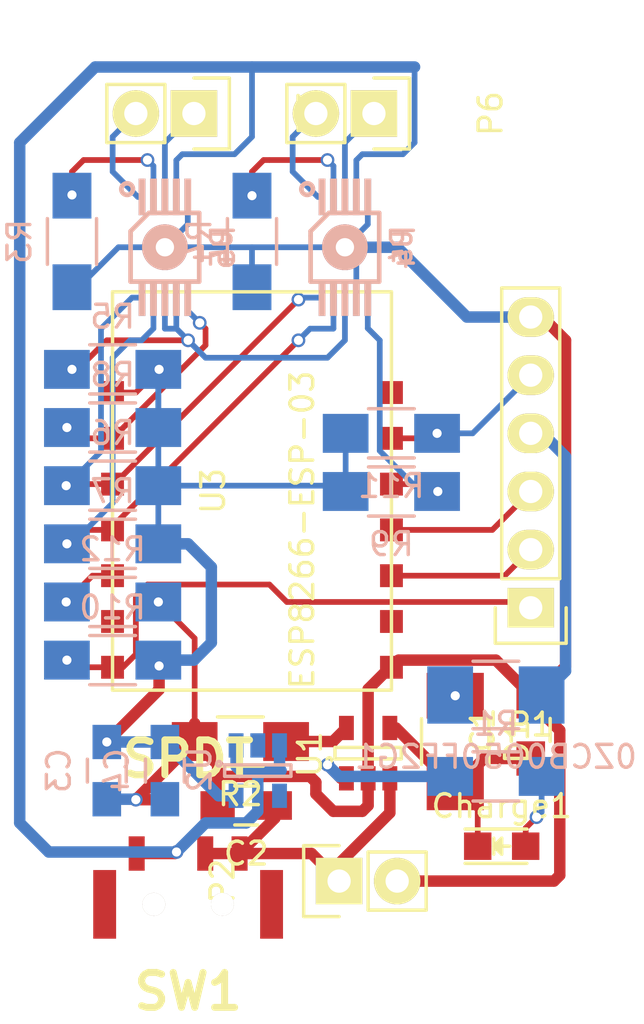
<source format=kicad_pcb>
(kicad_pcb (version 4) (host pcbnew 4.0.2-4+6225~38~ubuntu14.04.1-stable)

  (general
    (links 69)
    (no_connects 2)
    (area 135.353667 84.638999 185.702334 117.4972)
    (thickness 1.6)
    (drawings 0)
    (tracks 256)
    (zones 0)
    (modules 31)
    (nets 30)
  )

  (page A4)
  (layers
    (0 F.Cu signal)
    (31 B.Cu signal)
    (32 B.Adhes user)
    (33 F.Adhes user)
    (34 B.Paste user)
    (35 F.Paste user)
    (36 B.SilkS user)
    (37 F.SilkS user)
    (38 B.Mask user)
    (39 F.Mask user)
    (40 Dwgs.User user)
    (41 Cmts.User user)
    (42 Eco1.User user)
    (43 Eco2.User user)
    (44 Edge.Cuts user)
    (45 Margin user)
    (46 B.CrtYd user)
    (47 F.CrtYd user)
    (48 B.Fab user)
    (49 F.Fab user)
  )

  (setup
    (last_trace_width 0.25)
    (user_trace_width 0.5)
    (trace_clearance 0.2)
    (zone_clearance 0.508)
    (zone_45_only no)
    (trace_min 0.2)
    (segment_width 0.2)
    (edge_width 0.15)
    (via_size 0.6)
    (via_drill 0.4)
    (via_min_size 0.4)
    (via_min_drill 0.3)
    (uvia_size 0.3)
    (uvia_drill 0.1)
    (uvias_allowed no)
    (uvia_min_size 0.2)
    (uvia_min_drill 0.1)
    (pcb_text_width 0.3)
    (pcb_text_size 1.5 1.5)
    (mod_edge_width 0.15)
    (mod_text_size 0.000001 0.000001)
    (mod_text_width 0.15)
    (pad_size 1.4 1.4)
    (pad_drill 0.6)
    (pad_to_mask_clearance 0.2)
    (aux_axis_origin 0 0)
    (visible_elements FFFFFF1F)
    (pcbplotparams
      (layerselection 0x00030_80000001)
      (usegerberextensions false)
      (excludeedgelayer true)
      (linewidth 0.100000)
      (plotframeref false)
      (viasonmask false)
      (mode 1)
      (useauxorigin false)
      (hpglpennumber 1)
      (hpglpenspeed 20)
      (hpglpendiameter 15)
      (hpglpenoverlay 2)
      (psnegative false)
      (psa4output false)
      (plotreference true)
      (plotvalue true)
      (plotinvisibletext false)
      (padsonsilk false)
      (subtractmaskfromsilk false)
      (outputformat 1)
      (mirror false)
      (drillshape 1)
      (scaleselection 1)
      (outputdirectory ""))
  )

  (net 0 "")
  (net 1 "Net-(0ZCB0050FF2G1-Pad1)")
  (net 2 5Vin)
  (net 3 "Net-(C1-Pad1)")
  (net 4 GND)
  (net 5 +BATT)
  (net 6 +3.3V)
  (net 7 "Net-(Charge1-Pad2)")
  (net 8 "Net-(P1-Pad1)")
  (net 9 "Net-(P1-Pad2)")
  (net 10 "Net-(P1-Pad3)")
  (net 11 "Net-(P1-Pad5)")
  (net 12 "Net-(P3-Pad1)")
  (net 13 "Net-(P3-Pad2)")
  (net 14 "Net-(P6-Pad1)")
  (net 15 "Net-(P6-Pad2)")
  (net 16 "Net-(R1-Pad2)")
  (net 17 "Net-(R2-Pad1)")
  (net 18 "Net-(R3-Pad1)")
  (net 19 "Net-(R4-Pad1)")
  (net 20 "Net-(R5-Pad2)")
  (net 21 SCL)
  (net 22 SDA)
  (net 23 Fault2)
  (net 24 Fault1)
  (net 25 "Net-(R12-Pad2)")
  (net 26 Unreg)
  (net 27 "Net-(U2-Pad4)")
  (net 28 "Net-(U3-Pad13)")
  (net 29 "Net-(U3-Pad7)")

  (net_class Default "This is the default net class."
    (clearance 0.2)
    (trace_width 0.25)
    (via_dia 0.6)
    (via_drill 0.4)
    (uvia_dia 0.3)
    (uvia_drill 0.1)
    (add_net +3.3V)
    (add_net +BATT)
    (add_net 5Vin)
    (add_net Fault1)
    (add_net Fault2)
    (add_net GND)
    (add_net "Net-(0ZCB0050FF2G1-Pad1)")
    (add_net "Net-(C1-Pad1)")
    (add_net "Net-(Charge1-Pad2)")
    (add_net "Net-(P1-Pad1)")
    (add_net "Net-(P1-Pad2)")
    (add_net "Net-(P1-Pad3)")
    (add_net "Net-(P1-Pad5)")
    (add_net "Net-(P3-Pad1)")
    (add_net "Net-(P3-Pad2)")
    (add_net "Net-(P6-Pad1)")
    (add_net "Net-(P6-Pad2)")
    (add_net "Net-(R1-Pad2)")
    (add_net "Net-(R12-Pad2)")
    (add_net "Net-(R2-Pad1)")
    (add_net "Net-(R3-Pad1)")
    (add_net "Net-(R4-Pad1)")
    (add_net "Net-(R5-Pad2)")
    (add_net "Net-(U2-Pad4)")
    (add_net "Net-(U3-Pad13)")
    (add_net "Net-(U3-Pad7)")
    (add_net SCL)
    (add_net SDA)
    (add_net Unreg)
  )

  (module esp-8266:ESP8266-ESP-03 (layer F.Cu) (tedit 54BF7D41) (tstamp 571E4523)
    (at 168.402 96.012)
    (descr "ESP8266 ESP-03 wifi module -- Phillip Pearson")
    (path /5575F418)
    (fp_text reference U3 (at -1.7 -1.8 90) (layer F.SilkS)
      (effects (font (size 1 1) (thickness 0.15)))
    )
    (fp_text value ESP8266-ESP-03 (at 2.2 -0.1 90) (layer F.SilkS)
      (effects (font (size 1 1) (thickness 0.15)))
    )
    (fp_line (start -6.1 6.9) (end -6.1 -10.5) (layer F.SilkS) (width 0.15))
    (fp_line (start -6.1 -10.5) (end 6.1 -10.5) (layer F.SilkS) (width 0.15))
    (fp_line (start 6.1 -10.5) (end 6.1 6.9) (layer F.SilkS) (width 0.15))
    (fp_line (start 6.1 6.9) (end -6.1 6.9) (layer F.SilkS) (width 0.15))
    (pad 14 smd rect (at -6.1 5.9) (size 1 1) (layers F.Cu F.Paste F.Mask)
      (net 8 "Net-(P1-Pad1)"))
    (pad 13 smd rect (at -6.1 3.9) (size 1 1) (layers F.Cu F.Paste F.Mask)
      (net 28 "Net-(U3-Pad13)"))
    (pad 12 smd rect (at -6.1 1.9) (size 1 1) (layers F.Cu F.Paste F.Mask)
      (net 25 "Net-(R12-Pad2)"))
    (pad 11 smd rect (at -6.1 -0.1) (size 1 1) (layers F.Cu F.Paste F.Mask)
      (net 22 SDA))
    (pad 10 smd rect (at -6.1 -2.1) (size 1 1) (layers F.Cu F.Paste F.Mask)
      (net 21 SCL))
    (pad 9 smd rect (at -6.1 -4.1) (size 1 1) (layers F.Cu F.Paste F.Mask)
      (net 23 Fault2))
    (pad 8 smd rect (at -6.1 -6.1) (size 1 1) (layers F.Cu F.Paste F.Mask)
      (net 6 +3.3V))
    (pad 1 smd rect (at 6.1 5.9) (size 1 1) (layers F.Cu F.Paste F.Mask)
      (net 4 GND))
    (pad 2 smd rect (at 6.1 3.9) (size 1 1) (layers F.Cu F.Paste F.Mask))
    (pad 3 smd rect (at 6.1 1.9) (size 1 1) (layers F.Cu F.Paste F.Mask)
      (net 9 "Net-(P1-Pad2)"))
    (pad 4 smd rect (at 6.1 -0.1) (size 1 1) (layers F.Cu F.Paste F.Mask)
      (net 10 "Net-(P1-Pad3)"))
    (pad 5 smd rect (at 6.1 -2.1) (size 1 1) (layers F.Cu F.Paste F.Mask)
      (net 24 Fault1))
    (pad 6 smd rect (at 6.1 -4.1) (size 1 1) (layers F.Cu F.Paste F.Mask)
      (net 11 "Net-(P1-Pad5)"))
    (pad 7 smd rect (at 6.1 -6.1) (size 1 1) (layers F.Cu F.Paste F.Mask)
      (net 29 "Net-(U3-Pad7)"))
  )

  (module Resistors_SMD:R_1210_HandSoldering (layer B.Cu) (tedit 5418A32D) (tstamp 571E4462)
    (at 179.07 103.124)
    (descr "Resistor SMD 1210, hand soldering")
    (tags "resistor 1210")
    (path /54EF9F20)
    (attr smd)
    (fp_text reference 0ZCB0050FF2G1 (at 0 2.7) (layer B.SilkS)
      (effects (font (size 1 1) (thickness 0.15)) (justify mirror))
    )
    (fp_text value "Thermal fuse" (at 0 -2.7) (layer B.Fab)
      (effects (font (size 1 1) (thickness 0.15)) (justify mirror))
    )
    (fp_line (start -3.3 1.6) (end 3.3 1.6) (layer B.CrtYd) (width 0.05))
    (fp_line (start -3.3 -1.6) (end 3.3 -1.6) (layer B.CrtYd) (width 0.05))
    (fp_line (start -3.3 1.6) (end -3.3 -1.6) (layer B.CrtYd) (width 0.05))
    (fp_line (start 3.3 1.6) (end 3.3 -1.6) (layer B.CrtYd) (width 0.05))
    (fp_line (start 1 -1.475) (end -1 -1.475) (layer B.SilkS) (width 0.15))
    (fp_line (start -1 1.475) (end 1 1.475) (layer B.SilkS) (width 0.15))
    (pad 1 smd rect (at -2 0) (size 2 2.5) (layers B.Cu B.Paste B.Mask)
      (net 1 "Net-(0ZCB0050FF2G1-Pad1)"))
    (pad 2 smd rect (at 2 0) (size 2 2.5) (layers B.Cu B.Paste B.Mask)
      (net 2 5Vin))
    (model Resistors_SMD.3dshapes/R_1210_HandSoldering.wrl
      (at (xyz 0 0 0))
      (scale (xyz 1 1 1))
      (rotate (xyz 0 0 0))
    )
  )

  (module Capacitors_SMD:C_0805_HandSoldering (layer F.Cu) (tedit 541A9B8D) (tstamp 571E4468)
    (at 180.594 104.648 90)
    (descr "Capacitor SMD 0805, hand soldering")
    (tags "capacitor 0805")
    (path /54EF9F43)
    (attr smd)
    (fp_text reference C1 (at 0 -2.1 90) (layer F.SilkS)
      (effects (font (size 1 1) (thickness 0.15)))
    )
    (fp_text value 4.7uF (at 0 2.1 90) (layer F.Fab)
      (effects (font (size 1 1) (thickness 0.15)))
    )
    (fp_line (start -2.3 -1) (end 2.3 -1) (layer F.CrtYd) (width 0.05))
    (fp_line (start -2.3 1) (end 2.3 1) (layer F.CrtYd) (width 0.05))
    (fp_line (start -2.3 -1) (end -2.3 1) (layer F.CrtYd) (width 0.05))
    (fp_line (start 2.3 -1) (end 2.3 1) (layer F.CrtYd) (width 0.05))
    (fp_line (start 0.5 -0.85) (end -0.5 -0.85) (layer F.SilkS) (width 0.15))
    (fp_line (start -0.5 0.85) (end 0.5 0.85) (layer F.SilkS) (width 0.15))
    (pad 1 smd rect (at -1.25 0 90) (size 1.5 1.25) (layers F.Cu F.Paste F.Mask)
      (net 3 "Net-(C1-Pad1)"))
    (pad 2 smd rect (at 1.25 0 90) (size 1.5 1.25) (layers F.Cu F.Paste F.Mask)
      (net 4 GND))
    (model Capacitors_SMD.3dshapes/C_0805_HandSoldering.wrl
      (at (xyz 0 0 0))
      (scale (xyz 1 1 1))
      (rotate (xyz 0 0 0))
    )
  )

  (module Capacitors_SMD:C_0805_HandSoldering (layer F.Cu) (tedit 541A9B8D) (tstamp 571E446E)
    (at 168.148 107.95 180)
    (descr "Capacitor SMD 0805, hand soldering")
    (tags "capacitor 0805")
    (path /54EF9F4A)
    (attr smd)
    (fp_text reference C2 (at 0 -2.1 180) (layer F.SilkS)
      (effects (font (size 1 1) (thickness 0.15)))
    )
    (fp_text value 4.7uF (at 0 2.1 180) (layer F.Fab)
      (effects (font (size 1 1) (thickness 0.15)))
    )
    (fp_line (start -2.3 -1) (end 2.3 -1) (layer F.CrtYd) (width 0.05))
    (fp_line (start -2.3 1) (end 2.3 1) (layer F.CrtYd) (width 0.05))
    (fp_line (start -2.3 -1) (end -2.3 1) (layer F.CrtYd) (width 0.05))
    (fp_line (start 2.3 -1) (end 2.3 1) (layer F.CrtYd) (width 0.05))
    (fp_line (start 0.5 -0.85) (end -0.5 -0.85) (layer F.SilkS) (width 0.15))
    (fp_line (start -0.5 0.85) (end 0.5 0.85) (layer F.SilkS) (width 0.15))
    (pad 1 smd rect (at -1.25 0 180) (size 1.5 1.25) (layers F.Cu F.Paste F.Mask)
      (net 5 +BATT))
    (pad 2 smd rect (at 1.25 0 180) (size 1.5 1.25) (layers F.Cu F.Paste F.Mask)
      (net 4 GND))
    (model Capacitors_SMD.3dshapes/C_0805_HandSoldering.wrl
      (at (xyz 0 0 0))
      (scale (xyz 1 1 1))
      (rotate (xyz 0 0 0))
    )
  )

  (module Capacitors_SMD:C_0805_HandSoldering (layer B.Cu) (tedit 541A9B8D) (tstamp 571E4474)
    (at 162.052 106.426 270)
    (descr "Capacitor SMD 0805, hand soldering")
    (tags "capacitor 0805")
    (path /54EF9F4F)
    (attr smd)
    (fp_text reference C3 (at 0 2.1 270) (layer B.SilkS)
      (effects (font (size 1 1) (thickness 0.15)) (justify mirror))
    )
    (fp_text value 0.1uF (at 0 -2.1 270) (layer B.Fab)
      (effects (font (size 1 1) (thickness 0.15)) (justify mirror))
    )
    (fp_line (start -2.3 1) (end 2.3 1) (layer B.CrtYd) (width 0.05))
    (fp_line (start -2.3 -1) (end 2.3 -1) (layer B.CrtYd) (width 0.05))
    (fp_line (start -2.3 1) (end -2.3 -1) (layer B.CrtYd) (width 0.05))
    (fp_line (start 2.3 1) (end 2.3 -1) (layer B.CrtYd) (width 0.05))
    (fp_line (start 0.5 0.85) (end -0.5 0.85) (layer B.SilkS) (width 0.15))
    (fp_line (start -0.5 -0.85) (end 0.5 -0.85) (layer B.SilkS) (width 0.15))
    (pad 1 smd rect (at -1.25 0 270) (size 1.5 1.25) (layers B.Cu B.Paste B.Mask)
      (net 6 +3.3V))
    (pad 2 smd rect (at 1.25 0 270) (size 1.5 1.25) (layers B.Cu B.Paste B.Mask)
      (net 4 GND))
    (model Capacitors_SMD.3dshapes/C_0805_HandSoldering.wrl
      (at (xyz 0 0 0))
      (scale (xyz 1 1 1))
      (rotate (xyz 0 0 0))
    )
  )

  (module Capacitors_SMD:C_0805_HandSoldering (layer B.Cu) (tedit 541A9B8D) (tstamp 571E447A)
    (at 164.592 106.426 270)
    (descr "Capacitor SMD 0805, hand soldering")
    (tags "capacitor 0805")
    (path /54EF9F83)
    (attr smd)
    (fp_text reference C4 (at 0 2.1 270) (layer B.SilkS)
      (effects (font (size 1 1) (thickness 0.15)) (justify mirror))
    )
    (fp_text value 10uF (at 0 -2.1 270) (layer B.Fab)
      (effects (font (size 1 1) (thickness 0.15)) (justify mirror))
    )
    (fp_line (start -2.3 1) (end 2.3 1) (layer B.CrtYd) (width 0.05))
    (fp_line (start -2.3 -1) (end 2.3 -1) (layer B.CrtYd) (width 0.05))
    (fp_line (start -2.3 1) (end -2.3 -1) (layer B.CrtYd) (width 0.05))
    (fp_line (start 2.3 1) (end 2.3 -1) (layer B.CrtYd) (width 0.05))
    (fp_line (start 0.5 0.85) (end -0.5 0.85) (layer B.SilkS) (width 0.15))
    (fp_line (start -0.5 -0.85) (end 0.5 -0.85) (layer B.SilkS) (width 0.15))
    (pad 1 smd rect (at -1.25 0 270) (size 1.5 1.25) (layers B.Cu B.Paste B.Mask)
      (net 6 +3.3V))
    (pad 2 smd rect (at 1.25 0 270) (size 1.5 1.25) (layers B.Cu B.Paste B.Mask)
      (net 4 GND))
    (model Capacitors_SMD.3dshapes/C_0805_HandSoldering.wrl
      (at (xyz 0 0 0))
      (scale (xyz 1 1 1))
      (rotate (xyz 0 0 0))
    )
  )

  (module LEDs:LED_0805 (layer F.Cu) (tedit 55BDE1C2) (tstamp 571E4480)
    (at 179.324 109.728)
    (descr "LED 0805 smd package")
    (tags "LED 0805 SMD")
    (path /54EF9FA6)
    (attr smd)
    (fp_text reference Charge1 (at 0 -1.75) (layer F.SilkS)
      (effects (font (size 1 1) (thickness 0.15)))
    )
    (fp_text value LED (at 0 1.75) (layer F.Fab)
      (effects (font (size 1 1) (thickness 0.15)))
    )
    (fp_line (start -1.6 0.75) (end 1.1 0.75) (layer F.SilkS) (width 0.15))
    (fp_line (start -1.6 -0.75) (end 1.1 -0.75) (layer F.SilkS) (width 0.15))
    (fp_line (start -0.1 0.15) (end -0.1 -0.1) (layer F.SilkS) (width 0.15))
    (fp_line (start -0.1 -0.1) (end -0.25 0.05) (layer F.SilkS) (width 0.15))
    (fp_line (start -0.35 -0.35) (end -0.35 0.35) (layer F.SilkS) (width 0.15))
    (fp_line (start 0 0) (end 0.35 0) (layer F.SilkS) (width 0.15))
    (fp_line (start -0.35 0) (end 0 -0.35) (layer F.SilkS) (width 0.15))
    (fp_line (start 0 -0.35) (end 0 0.35) (layer F.SilkS) (width 0.15))
    (fp_line (start 0 0.35) (end -0.35 0) (layer F.SilkS) (width 0.15))
    (fp_line (start 1.9 -0.95) (end 1.9 0.95) (layer F.CrtYd) (width 0.05))
    (fp_line (start 1.9 0.95) (end -1.9 0.95) (layer F.CrtYd) (width 0.05))
    (fp_line (start -1.9 0.95) (end -1.9 -0.95) (layer F.CrtYd) (width 0.05))
    (fp_line (start -1.9 -0.95) (end 1.9 -0.95) (layer F.CrtYd) (width 0.05))
    (pad 2 smd rect (at 1.04902 0 180) (size 1.19888 1.19888) (layers F.Cu F.Paste F.Mask)
      (net 7 "Net-(Charge1-Pad2)"))
    (pad 1 smd rect (at -1.04902 0 180) (size 1.19888 1.19888) (layers F.Cu F.Paste F.Mask)
      (net 3 "Net-(C1-Pad1)"))
    (model LEDs.3dshapes/LED_0805.wrl
      (at (xyz 0 0 0))
      (scale (xyz 1 1 1))
      (rotate (xyz 0 0 0))
    )
  )

  (module Resistors_SMD:R_1210_HandSoldering (layer F.Cu) (tedit 5418A32D) (tstamp 571E4486)
    (at 177.292 105.156 270)
    (descr "Resistor SMD 1210, hand soldering")
    (tags "resistor 1210")
    (path /54EF9F33)
    (attr smd)
    (fp_text reference D1 (at 0 -2.7 270) (layer F.SilkS)
      (effects (font (size 1 1) (thickness 0.15)))
    )
    (fp_text value GF1A (at 0 2.7 270) (layer F.Fab)
      (effects (font (size 1 1) (thickness 0.15)))
    )
    (fp_line (start -3.3 -1.6) (end 3.3 -1.6) (layer F.CrtYd) (width 0.05))
    (fp_line (start -3.3 1.6) (end 3.3 1.6) (layer F.CrtYd) (width 0.05))
    (fp_line (start -3.3 -1.6) (end -3.3 1.6) (layer F.CrtYd) (width 0.05))
    (fp_line (start 3.3 -1.6) (end 3.3 1.6) (layer F.CrtYd) (width 0.05))
    (fp_line (start 1 1.475) (end -1 1.475) (layer F.SilkS) (width 0.15))
    (fp_line (start -1 -1.475) (end 1 -1.475) (layer F.SilkS) (width 0.15))
    (pad 1 smd rect (at -2 0 270) (size 2 2.5) (layers F.Cu F.Paste F.Mask)
      (net 1 "Net-(0ZCB0050FF2G1-Pad1)"))
    (pad 2 smd rect (at 2 0 270) (size 2 2.5) (layers F.Cu F.Paste F.Mask)
      (net 3 "Net-(C1-Pad1)"))
    (model Resistors_SMD.3dshapes/R_1210_HandSoldering.wrl
      (at (xyz 0 0 0))
      (scale (xyz 1 1 1))
      (rotate (xyz 0 0 0))
    )
  )

  (module Pin_Headers:Pin_Header_Straight_1x06 (layer F.Cu) (tedit 0) (tstamp 571E4490)
    (at 180.594 99.314 180)
    (descr "Through hole pin header")
    (tags "pin header")
    (path /570E7DDF)
    (fp_text reference P1 (at 0 -5.1 180) (layer F.SilkS)
      (effects (font (size 1 1) (thickness 0.15)))
    )
    (fp_text value CONN_01X06 (at 0 -3.1 180) (layer F.Fab)
      (effects (font (size 1 1) (thickness 0.15)))
    )
    (fp_line (start -1.75 -1.75) (end -1.75 14.45) (layer F.CrtYd) (width 0.05))
    (fp_line (start 1.75 -1.75) (end 1.75 14.45) (layer F.CrtYd) (width 0.05))
    (fp_line (start -1.75 -1.75) (end 1.75 -1.75) (layer F.CrtYd) (width 0.05))
    (fp_line (start -1.75 14.45) (end 1.75 14.45) (layer F.CrtYd) (width 0.05))
    (fp_line (start 1.27 1.27) (end 1.27 13.97) (layer F.SilkS) (width 0.15))
    (fp_line (start 1.27 13.97) (end -1.27 13.97) (layer F.SilkS) (width 0.15))
    (fp_line (start -1.27 13.97) (end -1.27 1.27) (layer F.SilkS) (width 0.15))
    (fp_line (start 1.55 -1.55) (end 1.55 0) (layer F.SilkS) (width 0.15))
    (fp_line (start 1.27 1.27) (end -1.27 1.27) (layer F.SilkS) (width 0.15))
    (fp_line (start -1.55 0) (end -1.55 -1.55) (layer F.SilkS) (width 0.15))
    (fp_line (start -1.55 -1.55) (end 1.55 -1.55) (layer F.SilkS) (width 0.15))
    (pad 1 thru_hole rect (at 0 0 180) (size 2.032 1.7272) (drill 1.016) (layers *.Cu *.Mask F.SilkS)
      (net 8 "Net-(P1-Pad1)"))
    (pad 2 thru_hole oval (at 0 2.54 180) (size 2.032 1.7272) (drill 1.016) (layers *.Cu *.Mask F.SilkS)
      (net 9 "Net-(P1-Pad2)"))
    (pad 3 thru_hole oval (at 0 5.08 180) (size 2.032 1.7272) (drill 1.016) (layers *.Cu *.Mask F.SilkS)
      (net 10 "Net-(P1-Pad3)"))
    (pad 4 thru_hole oval (at 0 7.62 180) (size 2.032 1.7272) (drill 1.016) (layers *.Cu *.Mask F.SilkS)
      (net 2 5Vin))
    (pad 5 thru_hole oval (at 0 10.16 180) (size 2.032 1.7272) (drill 1.016) (layers *.Cu *.Mask F.SilkS)
      (net 11 "Net-(P1-Pad5)"))
    (pad 6 thru_hole oval (at 0 12.7 180) (size 2.032 1.7272) (drill 1.016) (layers *.Cu *.Mask F.SilkS)
      (net 4 GND))
    (model Pin_Headers.3dshapes/Pin_Header_Straight_1x06.wrl
      (at (xyz 0 -0.25 0))
      (scale (xyz 1 1 1))
      (rotate (xyz 0 0 90))
    )
  )

  (module Pin_Headers:Pin_Header_Straight_1x02 (layer F.Cu) (tedit 54EA090C) (tstamp 571E4496)
    (at 172.212 111.252 90)
    (descr "Through hole pin header")
    (tags "pin header")
    (path /54EFA433)
    (fp_text reference P2 (at 0 -5.1 90) (layer F.SilkS)
      (effects (font (size 1 1) (thickness 0.15)))
    )
    (fp_text value BATT (at 0 -3.1 90) (layer F.Fab)
      (effects (font (size 1 1) (thickness 0.15)))
    )
    (fp_line (start 1.27 1.27) (end 1.27 3.81) (layer F.SilkS) (width 0.15))
    (fp_line (start 1.55 -1.55) (end 1.55 0) (layer F.SilkS) (width 0.15))
    (fp_line (start -1.75 -1.75) (end -1.75 4.3) (layer F.CrtYd) (width 0.05))
    (fp_line (start 1.75 -1.75) (end 1.75 4.3) (layer F.CrtYd) (width 0.05))
    (fp_line (start -1.75 -1.75) (end 1.75 -1.75) (layer F.CrtYd) (width 0.05))
    (fp_line (start -1.75 4.3) (end 1.75 4.3) (layer F.CrtYd) (width 0.05))
    (fp_line (start 1.27 1.27) (end -1.27 1.27) (layer F.SilkS) (width 0.15))
    (fp_line (start -1.55 0) (end -1.55 -1.55) (layer F.SilkS) (width 0.15))
    (fp_line (start -1.55 -1.55) (end 1.55 -1.55) (layer F.SilkS) (width 0.15))
    (fp_line (start -1.27 1.27) (end -1.27 3.81) (layer F.SilkS) (width 0.15))
    (fp_line (start -1.27 3.81) (end 1.27 3.81) (layer F.SilkS) (width 0.15))
    (pad 1 thru_hole rect (at 0 0 90) (size 2.032 2.032) (drill 1.016) (layers *.Cu *.Mask F.SilkS)
      (net 5 +BATT))
    (pad 2 thru_hole oval (at 0 2.54 90) (size 2.032 2.032) (drill 1.016) (layers *.Cu *.Mask F.SilkS)
      (net 4 GND))
    (model Pin_Headers.3dshapes/Pin_Header_Straight_1x02.wrl
      (at (xyz 0 -0.05 0))
      (scale (xyz 1 1 1))
      (rotate (xyz 0 0 90))
    )
  )

  (module Pin_Headers:Pin_Header_Straight_1x02 (layer F.Cu) (tedit 54EA090C) (tstamp 571E449C)
    (at 165.862 77.724 270)
    (descr "Through hole pin header")
    (tags "pin header")
    (path /559D733F)
    (fp_text reference P3 (at 0 -5.1 270) (layer F.SilkS)
      (effects (font (size 1 1) (thickness 0.15)))
    )
    (fp_text value CONN_01X02 (at 0 -3.1 270) (layer F.Fab)
      (effects (font (size 1 1) (thickness 0.15)))
    )
    (fp_line (start 1.27 1.27) (end 1.27 3.81) (layer F.SilkS) (width 0.15))
    (fp_line (start 1.55 -1.55) (end 1.55 0) (layer F.SilkS) (width 0.15))
    (fp_line (start -1.75 -1.75) (end -1.75 4.3) (layer F.CrtYd) (width 0.05))
    (fp_line (start 1.75 -1.75) (end 1.75 4.3) (layer F.CrtYd) (width 0.05))
    (fp_line (start -1.75 -1.75) (end 1.75 -1.75) (layer F.CrtYd) (width 0.05))
    (fp_line (start -1.75 4.3) (end 1.75 4.3) (layer F.CrtYd) (width 0.05))
    (fp_line (start 1.27 1.27) (end -1.27 1.27) (layer F.SilkS) (width 0.15))
    (fp_line (start -1.55 0) (end -1.55 -1.55) (layer F.SilkS) (width 0.15))
    (fp_line (start -1.55 -1.55) (end 1.55 -1.55) (layer F.SilkS) (width 0.15))
    (fp_line (start -1.27 1.27) (end -1.27 3.81) (layer F.SilkS) (width 0.15))
    (fp_line (start -1.27 3.81) (end 1.27 3.81) (layer F.SilkS) (width 0.15))
    (pad 1 thru_hole rect (at 0 0 270) (size 2.032 2.032) (drill 1.016) (layers *.Cu *.Mask F.SilkS)
      (net 12 "Net-(P3-Pad1)"))
    (pad 2 thru_hole oval (at 0 2.54 270) (size 2.032 2.032) (drill 1.016) (layers *.Cu *.Mask F.SilkS)
      (net 13 "Net-(P3-Pad2)"))
    (model Pin_Headers.3dshapes/Pin_Header_Straight_1x02.wrl
      (at (xyz 0 -0.05 0))
      (scale (xyz 1 1 1))
      (rotate (xyz 0 0 90))
    )
  )

  (module Wire_Pads:SolderWirePad_single_0-8mmDrill (layer B.Cu) (tedit 0) (tstamp 571E44A1)
    (at 172.466 83.566 90)
    (path /559D6607)
    (fp_text reference P4 (at 0 2.54 90) (layer B.SilkS)
      (effects (font (size 1 1) (thickness 0.15)) (justify mirror))
    )
    (fp_text value CONNECTOR (at 0 -2.54 90) (layer B.Fab)
      (effects (font (size 1 1) (thickness 0.15)) (justify mirror))
    )
    (pad 1 thru_hole circle (at 0 0 90) (size 1.99898 1.99898) (drill 0.8001) (layers *.Cu *.Mask B.SilkS)
      (net 4 GND))
  )

  (module Wire_Pads:SolderWirePad_single_0-8mmDrill (layer B.Cu) (tedit 0) (tstamp 571E44A6)
    (at 164.592 83.566 90)
    (path /559D66C8)
    (fp_text reference P5 (at 0 2.54 90) (layer B.SilkS)
      (effects (font (size 1 1) (thickness 0.15)) (justify mirror))
    )
    (fp_text value CONNECTOR (at 0 -2.54 90) (layer B.Fab)
      (effects (font (size 1 1) (thickness 0.15)) (justify mirror))
    )
    (pad 1 thru_hole circle (at 0 0 90) (size 1.99898 1.99898) (drill 0.8001) (layers *.Cu *.Mask B.SilkS)
      (net 4 GND))
  )

  (module Pin_Headers:Pin_Header_Straight_1x02 (layer F.Cu) (tedit 54EA090C) (tstamp 571E44AC)
    (at 173.736 77.724 270)
    (descr "Through hole pin header")
    (tags "pin header")
    (path /559D7420)
    (fp_text reference P6 (at 0 -5.1 270) (layer F.SilkS)
      (effects (font (size 1 1) (thickness 0.15)))
    )
    (fp_text value CONN_01X02 (at 0 -3.1 270) (layer F.Fab)
      (effects (font (size 1 1) (thickness 0.15)))
    )
    (fp_line (start 1.27 1.27) (end 1.27 3.81) (layer F.SilkS) (width 0.15))
    (fp_line (start 1.55 -1.55) (end 1.55 0) (layer F.SilkS) (width 0.15))
    (fp_line (start -1.75 -1.75) (end -1.75 4.3) (layer F.CrtYd) (width 0.05))
    (fp_line (start 1.75 -1.75) (end 1.75 4.3) (layer F.CrtYd) (width 0.05))
    (fp_line (start -1.75 -1.75) (end 1.75 -1.75) (layer F.CrtYd) (width 0.05))
    (fp_line (start -1.75 4.3) (end 1.75 4.3) (layer F.CrtYd) (width 0.05))
    (fp_line (start 1.27 1.27) (end -1.27 1.27) (layer F.SilkS) (width 0.15))
    (fp_line (start -1.55 0) (end -1.55 -1.55) (layer F.SilkS) (width 0.15))
    (fp_line (start -1.55 -1.55) (end 1.55 -1.55) (layer F.SilkS) (width 0.15))
    (fp_line (start -1.27 1.27) (end -1.27 3.81) (layer F.SilkS) (width 0.15))
    (fp_line (start -1.27 3.81) (end 1.27 3.81) (layer F.SilkS) (width 0.15))
    (pad 1 thru_hole rect (at 0 0 270) (size 2.032 2.032) (drill 1.016) (layers *.Cu *.Mask F.SilkS)
      (net 14 "Net-(P6-Pad1)"))
    (pad 2 thru_hole oval (at 0 2.54 270) (size 2.032 2.032) (drill 1.016) (layers *.Cu *.Mask F.SilkS)
      (net 15 "Net-(P6-Pad2)"))
    (model Pin_Headers.3dshapes/Pin_Header_Straight_1x02.wrl
      (at (xyz 0 -0.05 0))
      (scale (xyz 1 1 1))
      (rotate (xyz 0 0 90))
    )
  )

  (module Resistors_SMD:R_1206_HandSoldering (layer B.Cu) (tedit 5418A20D) (tstamp 571E44B2)
    (at 179.07 106.68 180)
    (descr "Resistor SMD 1206, hand soldering")
    (tags "resistor 1206")
    (path /54EF9F5C)
    (attr smd)
    (fp_text reference R1 (at 0 2.3 180) (layer B.SilkS)
      (effects (font (size 1 1) (thickness 0.15)) (justify mirror))
    )
    (fp_text value 470 (at 0 -2.3 180) (layer B.Fab)
      (effects (font (size 1 1) (thickness 0.15)) (justify mirror))
    )
    (fp_line (start -3.3 1.2) (end 3.3 1.2) (layer B.CrtYd) (width 0.05))
    (fp_line (start -3.3 -1.2) (end 3.3 -1.2) (layer B.CrtYd) (width 0.05))
    (fp_line (start -3.3 1.2) (end -3.3 -1.2) (layer B.CrtYd) (width 0.05))
    (fp_line (start 3.3 1.2) (end 3.3 -1.2) (layer B.CrtYd) (width 0.05))
    (fp_line (start 1 -1.075) (end -1 -1.075) (layer B.SilkS) (width 0.15))
    (fp_line (start -1 1.075) (end 1 1.075) (layer B.SilkS) (width 0.15))
    (pad 1 smd rect (at -2 0 180) (size 2 1.7) (layers B.Cu B.Paste B.Mask)
      (net 7 "Net-(Charge1-Pad2)"))
    (pad 2 smd rect (at 2 0 180) (size 2 1.7) (layers B.Cu B.Paste B.Mask)
      (net 16 "Net-(R1-Pad2)"))
    (model Resistors_SMD.3dshapes/R_1206_HandSoldering.wrl
      (at (xyz 0 0 0))
      (scale (xyz 1 1 1))
      (rotate (xyz 0 0 0))
    )
  )

  (module Resistors_SMD:R_1206_HandSoldering (layer F.Cu) (tedit 5418A20D) (tstamp 571E44B8)
    (at 167.894 105.156 180)
    (descr "Resistor SMD 1206, hand soldering")
    (tags "resistor 1206")
    (path /54EF9F56)
    (attr smd)
    (fp_text reference R2 (at 0 -2.3 180) (layer F.SilkS)
      (effects (font (size 1 1) (thickness 0.15)))
    )
    (fp_text value 2k (at 0 2.3 180) (layer F.Fab)
      (effects (font (size 1 1) (thickness 0.15)))
    )
    (fp_line (start -3.3 -1.2) (end 3.3 -1.2) (layer F.CrtYd) (width 0.05))
    (fp_line (start -3.3 1.2) (end 3.3 1.2) (layer F.CrtYd) (width 0.05))
    (fp_line (start -3.3 -1.2) (end -3.3 1.2) (layer F.CrtYd) (width 0.05))
    (fp_line (start 3.3 -1.2) (end 3.3 1.2) (layer F.CrtYd) (width 0.05))
    (fp_line (start 1 1.075) (end -1 1.075) (layer F.SilkS) (width 0.15))
    (fp_line (start -1 -1.075) (end 1 -1.075) (layer F.SilkS) (width 0.15))
    (pad 1 smd rect (at -2 0 180) (size 2 1.7) (layers F.Cu F.Paste F.Mask)
      (net 17 "Net-(R2-Pad1)"))
    (pad 2 smd rect (at 2 0 180) (size 2 1.7) (layers F.Cu F.Paste F.Mask)
      (net 4 GND))
    (model Resistors_SMD.3dshapes/R_1206_HandSoldering.wrl
      (at (xyz 0 0 0))
      (scale (xyz 1 1 1))
      (rotate (xyz 0 0 0))
    )
  )

  (module Resistors_SMD:R_1206_HandSoldering (layer B.Cu) (tedit 5418A20D) (tstamp 571E44BE)
    (at 160.528 83.312 270)
    (descr "Resistor SMD 1206, hand soldering")
    (tags "resistor 1206")
    (path /5576FE1B)
    (attr smd)
    (fp_text reference R3 (at 0 2.3 270) (layer B.SilkS)
      (effects (font (size 1 1) (thickness 0.15)) (justify mirror))
    )
    (fp_text value 0.22 (at 0 -2.3 270) (layer B.Fab)
      (effects (font (size 1 1) (thickness 0.15)) (justify mirror))
    )
    (fp_line (start -3.3 1.2) (end 3.3 1.2) (layer B.CrtYd) (width 0.05))
    (fp_line (start -3.3 -1.2) (end 3.3 -1.2) (layer B.CrtYd) (width 0.05))
    (fp_line (start -3.3 1.2) (end -3.3 -1.2) (layer B.CrtYd) (width 0.05))
    (fp_line (start 3.3 1.2) (end 3.3 -1.2) (layer B.CrtYd) (width 0.05))
    (fp_line (start 1 -1.075) (end -1 -1.075) (layer B.SilkS) (width 0.15))
    (fp_line (start -1 1.075) (end 1 1.075) (layer B.SilkS) (width 0.15))
    (pad 1 smd rect (at -2 0 270) (size 2 1.7) (layers B.Cu B.Paste B.Mask)
      (net 18 "Net-(R3-Pad1)"))
    (pad 2 smd rect (at 2 0 270) (size 2 1.7) (layers B.Cu B.Paste B.Mask)
      (net 4 GND))
    (model Resistors_SMD.3dshapes/R_1206_HandSoldering.wrl
      (at (xyz 0 0 0))
      (scale (xyz 1 1 1))
      (rotate (xyz 0 0 0))
    )
  )

  (module Resistors_SMD:R_1206_HandSoldering (layer B.Cu) (tedit 5418A20D) (tstamp 571E44C4)
    (at 168.402 83.312 270)
    (descr "Resistor SMD 1206, hand soldering")
    (tags "resistor 1206")
    (path /5576FE28)
    (attr smd)
    (fp_text reference R4 (at 0 2.3 270) (layer B.SilkS)
      (effects (font (size 1 1) (thickness 0.15)) (justify mirror))
    )
    (fp_text value 0.22 (at 0 -2.3 270) (layer B.Fab)
      (effects (font (size 1 1) (thickness 0.15)) (justify mirror))
    )
    (fp_line (start -3.3 1.2) (end 3.3 1.2) (layer B.CrtYd) (width 0.05))
    (fp_line (start -3.3 -1.2) (end 3.3 -1.2) (layer B.CrtYd) (width 0.05))
    (fp_line (start -3.3 1.2) (end -3.3 -1.2) (layer B.CrtYd) (width 0.05))
    (fp_line (start 3.3 1.2) (end 3.3 -1.2) (layer B.CrtYd) (width 0.05))
    (fp_line (start 1 -1.075) (end -1 -1.075) (layer B.SilkS) (width 0.15))
    (fp_line (start -1 1.075) (end 1 1.075) (layer B.SilkS) (width 0.15))
    (pad 1 smd rect (at -2 0 270) (size 2 1.7) (layers B.Cu B.Paste B.Mask)
      (net 19 "Net-(R4-Pad1)"))
    (pad 2 smd rect (at 2 0 270) (size 2 1.7) (layers B.Cu B.Paste B.Mask)
      (net 4 GND))
    (model Resistors_SMD.3dshapes/R_1206_HandSoldering.wrl
      (at (xyz 0 0 0))
      (scale (xyz 1 1 1))
      (rotate (xyz 0 0 0))
    )
  )

  (module Resistors_SMD:R_1206_HandSoldering (layer B.Cu) (tedit 5418A20D) (tstamp 571E44CA)
    (at 162.306 88.9 180)
    (descr "Resistor SMD 1206, hand soldering")
    (tags "resistor 1206")
    (path /5576FFFF)
    (attr smd)
    (fp_text reference R5 (at 0 2.3 180) (layer B.SilkS)
      (effects (font (size 1 1) (thickness 0.15)) (justify mirror))
    )
    (fp_text value 10k (at 0 -2.3 180) (layer B.Fab)
      (effects (font (size 1 1) (thickness 0.15)) (justify mirror))
    )
    (fp_line (start -3.3 1.2) (end 3.3 1.2) (layer B.CrtYd) (width 0.05))
    (fp_line (start -3.3 -1.2) (end 3.3 -1.2) (layer B.CrtYd) (width 0.05))
    (fp_line (start -3.3 1.2) (end -3.3 -1.2) (layer B.CrtYd) (width 0.05))
    (fp_line (start 3.3 1.2) (end 3.3 -1.2) (layer B.CrtYd) (width 0.05))
    (fp_line (start 1 -1.075) (end -1 -1.075) (layer B.SilkS) (width 0.15))
    (fp_line (start -1 1.075) (end 1 1.075) (layer B.SilkS) (width 0.15))
    (pad 1 smd rect (at -2 0 180) (size 2 1.7) (layers B.Cu B.Paste B.Mask)
      (net 6 +3.3V))
    (pad 2 smd rect (at 2 0 180) (size 2 1.7) (layers B.Cu B.Paste B.Mask)
      (net 20 "Net-(R5-Pad2)"))
    (model Resistors_SMD.3dshapes/R_1206_HandSoldering.wrl
      (at (xyz 0 0 0))
      (scale (xyz 1 1 1))
      (rotate (xyz 0 0 0))
    )
  )

  (module Resistors_SMD:R_1206_HandSoldering (layer B.Cu) (tedit 5418A20D) (tstamp 571E44D0)
    (at 162.306 93.98 180)
    (descr "Resistor SMD 1206, hand soldering")
    (tags "resistor 1206")
    (path /5576FE2B)
    (attr smd)
    (fp_text reference R6 (at 0 2.3 180) (layer B.SilkS)
      (effects (font (size 1 1) (thickness 0.15)) (justify mirror))
    )
    (fp_text value 1k (at 0 -2.3 180) (layer B.Fab)
      (effects (font (size 1 1) (thickness 0.15)) (justify mirror))
    )
    (fp_line (start -3.3 1.2) (end 3.3 1.2) (layer B.CrtYd) (width 0.05))
    (fp_line (start -3.3 -1.2) (end 3.3 -1.2) (layer B.CrtYd) (width 0.05))
    (fp_line (start -3.3 1.2) (end -3.3 -1.2) (layer B.CrtYd) (width 0.05))
    (fp_line (start 3.3 1.2) (end 3.3 -1.2) (layer B.CrtYd) (width 0.05))
    (fp_line (start 1 -1.075) (end -1 -1.075) (layer B.SilkS) (width 0.15))
    (fp_line (start -1 1.075) (end 1 1.075) (layer B.SilkS) (width 0.15))
    (pad 1 smd rect (at -2 0 180) (size 2 1.7) (layers B.Cu B.Paste B.Mask)
      (net 6 +3.3V))
    (pad 2 smd rect (at 2 0 180) (size 2 1.7) (layers B.Cu B.Paste B.Mask)
      (net 21 SCL))
    (model Resistors_SMD.3dshapes/R_1206_HandSoldering.wrl
      (at (xyz 0 0 0))
      (scale (xyz 1 1 1))
      (rotate (xyz 0 0 0))
    )
  )

  (module Resistors_SMD:R_1206_HandSoldering (layer B.Cu) (tedit 5418A20D) (tstamp 571E44D6)
    (at 162.306 96.52 180)
    (descr "Resistor SMD 1206, hand soldering")
    (tags "resistor 1206")
    (path /5576FE2F)
    (attr smd)
    (fp_text reference R7 (at 0 2.3 180) (layer B.SilkS)
      (effects (font (size 1 1) (thickness 0.15)) (justify mirror))
    )
    (fp_text value 1k (at 0 -2.3 180) (layer B.Fab)
      (effects (font (size 1 1) (thickness 0.15)) (justify mirror))
    )
    (fp_line (start -3.3 1.2) (end 3.3 1.2) (layer B.CrtYd) (width 0.05))
    (fp_line (start -3.3 -1.2) (end 3.3 -1.2) (layer B.CrtYd) (width 0.05))
    (fp_line (start -3.3 1.2) (end -3.3 -1.2) (layer B.CrtYd) (width 0.05))
    (fp_line (start 3.3 1.2) (end 3.3 -1.2) (layer B.CrtYd) (width 0.05))
    (fp_line (start 1 -1.075) (end -1 -1.075) (layer B.SilkS) (width 0.15))
    (fp_line (start -1 1.075) (end 1 1.075) (layer B.SilkS) (width 0.15))
    (pad 1 smd rect (at -2 0 180) (size 2 1.7) (layers B.Cu B.Paste B.Mask)
      (net 6 +3.3V))
    (pad 2 smd rect (at 2 0 180) (size 2 1.7) (layers B.Cu B.Paste B.Mask)
      (net 22 SDA))
    (model Resistors_SMD.3dshapes/R_1206_HandSoldering.wrl
      (at (xyz 0 0 0))
      (scale (xyz 1 1 1))
      (rotate (xyz 0 0 0))
    )
  )

  (module Resistors_SMD:R_1206_HandSoldering (layer B.Cu) (tedit 5418A20D) (tstamp 571E44DC)
    (at 162.306 91.44 180)
    (descr "Resistor SMD 1206, hand soldering")
    (tags "resistor 1206")
    (path /5576FE5F)
    (attr smd)
    (fp_text reference R8 (at 0 2.3 180) (layer B.SilkS)
      (effects (font (size 1 1) (thickness 0.15)) (justify mirror))
    )
    (fp_text value 10k (at 0 -2.3 180) (layer B.Fab)
      (effects (font (size 1 1) (thickness 0.15)) (justify mirror))
    )
    (fp_line (start -3.3 1.2) (end 3.3 1.2) (layer B.CrtYd) (width 0.05))
    (fp_line (start -3.3 -1.2) (end 3.3 -1.2) (layer B.CrtYd) (width 0.05))
    (fp_line (start -3.3 1.2) (end -3.3 -1.2) (layer B.CrtYd) (width 0.05))
    (fp_line (start 3.3 1.2) (end 3.3 -1.2) (layer B.CrtYd) (width 0.05))
    (fp_line (start 1 -1.075) (end -1 -1.075) (layer B.SilkS) (width 0.15))
    (fp_line (start -1 1.075) (end 1 1.075) (layer B.SilkS) (width 0.15))
    (pad 1 smd rect (at -2 0 180) (size 2 1.7) (layers B.Cu B.Paste B.Mask)
      (net 6 +3.3V))
    (pad 2 smd rect (at 2 0 180) (size 2 1.7) (layers B.Cu B.Paste B.Mask)
      (net 23 Fault2))
    (model Resistors_SMD.3dshapes/R_1206_HandSoldering.wrl
      (at (xyz 0 0 0))
      (scale (xyz 1 1 1))
      (rotate (xyz 0 0 0))
    )
  )

  (module Resistors_SMD:R_1206_HandSoldering (layer B.Cu) (tedit 5418A20D) (tstamp 571E44E2)
    (at 174.498 94.234)
    (descr "Resistor SMD 1206, hand soldering")
    (tags "resistor 1206")
    (path /5576FE58)
    (attr smd)
    (fp_text reference R9 (at 0 2.3) (layer B.SilkS)
      (effects (font (size 1 1) (thickness 0.15)) (justify mirror))
    )
    (fp_text value 10k (at 0 -2.3) (layer B.Fab)
      (effects (font (size 1 1) (thickness 0.15)) (justify mirror))
    )
    (fp_line (start -3.3 1.2) (end 3.3 1.2) (layer B.CrtYd) (width 0.05))
    (fp_line (start -3.3 -1.2) (end 3.3 -1.2) (layer B.CrtYd) (width 0.05))
    (fp_line (start -3.3 1.2) (end -3.3 -1.2) (layer B.CrtYd) (width 0.05))
    (fp_line (start 3.3 1.2) (end 3.3 -1.2) (layer B.CrtYd) (width 0.05))
    (fp_line (start 1 -1.075) (end -1 -1.075) (layer B.SilkS) (width 0.15))
    (fp_line (start -1 1.075) (end 1 1.075) (layer B.SilkS) (width 0.15))
    (pad 1 smd rect (at -2 0) (size 2 1.7) (layers B.Cu B.Paste B.Mask)
      (net 6 +3.3V))
    (pad 2 smd rect (at 2 0) (size 2 1.7) (layers B.Cu B.Paste B.Mask)
      (net 24 Fault1))
    (model Resistors_SMD.3dshapes/R_1206_HandSoldering.wrl
      (at (xyz 0 0 0))
      (scale (xyz 1 1 1))
      (rotate (xyz 0 0 0))
    )
  )

  (module Resistors_SMD:R_1206_HandSoldering (layer B.Cu) (tedit 5418A20D) (tstamp 571E44E8)
    (at 162.306 101.6 180)
    (descr "Resistor SMD 1206, hand soldering")
    (tags "resistor 1206")
    (path /57156590)
    (attr smd)
    (fp_text reference R10 (at 0 2.3 180) (layer B.SilkS)
      (effects (font (size 1 1) (thickness 0.15)) (justify mirror))
    )
    (fp_text value 10k (at 0 -2.3 180) (layer B.Fab)
      (effects (font (size 1 1) (thickness 0.15)) (justify mirror))
    )
    (fp_line (start -3.3 1.2) (end 3.3 1.2) (layer B.CrtYd) (width 0.05))
    (fp_line (start -3.3 -1.2) (end 3.3 -1.2) (layer B.CrtYd) (width 0.05))
    (fp_line (start -3.3 1.2) (end -3.3 -1.2) (layer B.CrtYd) (width 0.05))
    (fp_line (start 3.3 1.2) (end 3.3 -1.2) (layer B.CrtYd) (width 0.05))
    (fp_line (start 1 -1.075) (end -1 -1.075) (layer B.SilkS) (width 0.15))
    (fp_line (start -1 1.075) (end 1 1.075) (layer B.SilkS) (width 0.15))
    (pad 1 smd rect (at -2 0 180) (size 2 1.7) (layers B.Cu B.Paste B.Mask)
      (net 6 +3.3V))
    (pad 2 smd rect (at 2 0 180) (size 2 1.7) (layers B.Cu B.Paste B.Mask)
      (net 8 "Net-(P1-Pad1)"))
    (model Resistors_SMD.3dshapes/R_1206_HandSoldering.wrl
      (at (xyz 0 0 0))
      (scale (xyz 1 1 1))
      (rotate (xyz 0 0 0))
    )
  )

  (module Resistors_SMD:R_1206_HandSoldering (layer B.Cu) (tedit 5418A20D) (tstamp 571E44EE)
    (at 174.498 91.694)
    (descr "Resistor SMD 1206, hand soldering")
    (tags "resistor 1206")
    (path /570E8A3E)
    (attr smd)
    (fp_text reference R11 (at 0 2.3) (layer B.SilkS)
      (effects (font (size 1 1) (thickness 0.15)) (justify mirror))
    )
    (fp_text value 10k (at 0 -2.3) (layer B.Fab)
      (effects (font (size 1 1) (thickness 0.15)) (justify mirror))
    )
    (fp_line (start -3.3 1.2) (end 3.3 1.2) (layer B.CrtYd) (width 0.05))
    (fp_line (start -3.3 -1.2) (end 3.3 -1.2) (layer B.CrtYd) (width 0.05))
    (fp_line (start -3.3 1.2) (end -3.3 -1.2) (layer B.CrtYd) (width 0.05))
    (fp_line (start 3.3 1.2) (end 3.3 -1.2) (layer B.CrtYd) (width 0.05))
    (fp_line (start 1 -1.075) (end -1 -1.075) (layer B.SilkS) (width 0.15))
    (fp_line (start -1 1.075) (end 1 1.075) (layer B.SilkS) (width 0.15))
    (pad 1 smd rect (at -2 0) (size 2 1.7) (layers B.Cu B.Paste B.Mask)
      (net 6 +3.3V))
    (pad 2 smd rect (at 2 0) (size 2 1.7) (layers B.Cu B.Paste B.Mask)
      (net 11 "Net-(P1-Pad5)"))
    (model Resistors_SMD.3dshapes/R_1206_HandSoldering.wrl
      (at (xyz 0 0 0))
      (scale (xyz 1 1 1))
      (rotate (xyz 0 0 0))
    )
  )

  (module Resistors_SMD:R_1206_HandSoldering (layer B.Cu) (tedit 5418A20D) (tstamp 571E44F4)
    (at 162.306 99.06 180)
    (descr "Resistor SMD 1206, hand soldering")
    (tags "resistor 1206")
    (path /570E8B63)
    (attr smd)
    (fp_text reference R12 (at 0 2.3 180) (layer B.SilkS)
      (effects (font (size 1 1) (thickness 0.15)) (justify mirror))
    )
    (fp_text value 10k (at 0 -2.3 180) (layer B.Fab)
      (effects (font (size 1 1) (thickness 0.15)) (justify mirror))
    )
    (fp_line (start -3.3 1.2) (end 3.3 1.2) (layer B.CrtYd) (width 0.05))
    (fp_line (start -3.3 -1.2) (end 3.3 -1.2) (layer B.CrtYd) (width 0.05))
    (fp_line (start -3.3 1.2) (end -3.3 -1.2) (layer B.CrtYd) (width 0.05))
    (fp_line (start 3.3 1.2) (end 3.3 -1.2) (layer B.CrtYd) (width 0.05))
    (fp_line (start 1 -1.075) (end -1 -1.075) (layer B.SilkS) (width 0.15))
    (fp_line (start -1 1.075) (end 1 1.075) (layer B.SilkS) (width 0.15))
    (pad 1 smd rect (at -2 0 180) (size 2 1.7) (layers B.Cu B.Paste B.Mask)
      (net 4 GND))
    (pad 2 smd rect (at 2 0 180) (size 2 1.7) (layers B.Cu B.Paste B.Mask)
      (net 25 "Net-(R12-Pad2)"))
    (model Resistors_SMD.3dshapes/R_1206_HandSoldering.wrl
      (at (xyz 0 0 0))
      (scale (xyz 1 1 1))
      (rotate (xyz 0 0 0))
    )
  )

  (module TO_SOT_Packages_SMD:SOT-23-5 (layer F.Cu) (tedit 55360473) (tstamp 571E4508)
    (at 173.482 105.664 90)
    (descr "5-pin SOT23 package")
    (tags SOT-23-5)
    (path /54EFA33B)
    (attr smd)
    (fp_text reference U1 (at -0.05 -2.55 90) (layer F.SilkS)
      (effects (font (size 1 1) (thickness 0.15)))
    )
    (fp_text value MCP73831 (at -0.05 2.35 90) (layer F.Fab)
      (effects (font (size 1 1) (thickness 0.15)))
    )
    (fp_line (start -1.8 -1.6) (end 1.8 -1.6) (layer F.CrtYd) (width 0.05))
    (fp_line (start 1.8 -1.6) (end 1.8 1.6) (layer F.CrtYd) (width 0.05))
    (fp_line (start 1.8 1.6) (end -1.8 1.6) (layer F.CrtYd) (width 0.05))
    (fp_line (start -1.8 1.6) (end -1.8 -1.6) (layer F.CrtYd) (width 0.05))
    (fp_circle (center -0.3 -1.7) (end -0.2 -1.7) (layer F.SilkS) (width 0.15))
    (fp_line (start 0.25 -1.45) (end -0.25 -1.45) (layer F.SilkS) (width 0.15))
    (fp_line (start 0.25 1.45) (end 0.25 -1.45) (layer F.SilkS) (width 0.15))
    (fp_line (start -0.25 1.45) (end 0.25 1.45) (layer F.SilkS) (width 0.15))
    (fp_line (start -0.25 -1.45) (end -0.25 1.45) (layer F.SilkS) (width 0.15))
    (pad 1 smd rect (at -1.1 -0.95 90) (size 1.06 0.65) (layers F.Cu F.Paste F.Mask)
      (net 16 "Net-(R1-Pad2)"))
    (pad 2 smd rect (at -1.1 0 90) (size 1.06 0.65) (layers F.Cu F.Paste F.Mask)
      (net 4 GND))
    (pad 3 smd rect (at -1.1 0.95 90) (size 1.06 0.65) (layers F.Cu F.Paste F.Mask)
      (net 5 +BATT))
    (pad 4 smd rect (at 1.1 0.95 90) (size 1.06 0.65) (layers F.Cu F.Paste F.Mask)
      (net 3 "Net-(C1-Pad1)"))
    (pad 5 smd rect (at 1.1 -0.95 90) (size 1.06 0.65) (layers F.Cu F.Paste F.Mask)
      (net 17 "Net-(R2-Pad1)"))
    (model TO_SOT_Packages_SMD.3dshapes/SOT-23-5.wrl
      (at (xyz 0 0 0))
      (scale (xyz 1 1 1))
      (rotate (xyz 0 0 0))
    )
  )

  (module TO_SOT_Packages_SMD:SOT-23-5 (layer B.Cu) (tedit 55360473) (tstamp 571E4511)
    (at 168.656 106.426 270)
    (descr "5-pin SOT23 package")
    (tags SOT-23-5)
    (path /54EFA34D)
    (attr smd)
    (fp_text reference U2 (at -0.05 2.55 270) (layer B.SilkS)
      (effects (font (size 1 1) (thickness 0.15)) (justify mirror))
    )
    (fp_text value MIC5265 (at -0.05 -2.35 270) (layer B.Fab)
      (effects (font (size 1 1) (thickness 0.15)) (justify mirror))
    )
    (fp_line (start -1.8 1.6) (end 1.8 1.6) (layer B.CrtYd) (width 0.05))
    (fp_line (start 1.8 1.6) (end 1.8 -1.6) (layer B.CrtYd) (width 0.05))
    (fp_line (start 1.8 -1.6) (end -1.8 -1.6) (layer B.CrtYd) (width 0.05))
    (fp_line (start -1.8 -1.6) (end -1.8 1.6) (layer B.CrtYd) (width 0.05))
    (fp_circle (center -0.3 1.7) (end -0.2 1.7) (layer B.SilkS) (width 0.15))
    (fp_line (start 0.25 1.45) (end -0.25 1.45) (layer B.SilkS) (width 0.15))
    (fp_line (start 0.25 -1.45) (end 0.25 1.45) (layer B.SilkS) (width 0.15))
    (fp_line (start -0.25 -1.45) (end 0.25 -1.45) (layer B.SilkS) (width 0.15))
    (fp_line (start -0.25 1.45) (end -0.25 -1.45) (layer B.SilkS) (width 0.15))
    (pad 1 smd rect (at -1.1 0.95 270) (size 1.06 0.65) (layers B.Cu B.Paste B.Mask)
      (net 26 Unreg))
    (pad 2 smd rect (at -1.1 0 270) (size 1.06 0.65) (layers B.Cu B.Paste B.Mask)
      (net 4 GND))
    (pad 3 smd rect (at -1.1 -0.95 270) (size 1.06 0.65) (layers B.Cu B.Paste B.Mask)
      (net 26 Unreg))
    (pad 4 smd rect (at 1.1 -0.95 270) (size 1.06 0.65) (layers B.Cu B.Paste B.Mask)
      (net 27 "Net-(U2-Pad4)"))
    (pad 5 smd rect (at 1.1 0.95 270) (size 1.06 0.65) (layers B.Cu B.Paste B.Mask)
      (net 6 +3.3V))
    (model TO_SOT_Packages_SMD.3dshapes/SOT-23-5.wrl
      (at (xyz 0 0 0))
      (scale (xyz 1 1 1))
      (rotate (xyz 0 0 0))
    )
  )

  (module MSOP:MSOP10 (layer B.Cu) (tedit 0) (tstamp 571E4531)
    (at 164.592 83.566 270)
    (path /5576FBE5)
    (solder_mask_margin 0.0762)
    (solder_paste_margin -0.0254)
    (attr smd)
    (fp_text reference U4 (at 0 -2.54 270) (layer B.SilkS)
      (effects (font (size 0.762 0.762) (thickness 0.1524)) (justify mirror))
    )
    (fp_text value DRV8830 (at 0 0 270) (layer B.SilkS) hide
      (effects (font (size 0.762 0.762) (thickness 0.1524)) (justify mirror))
    )
    (fp_circle (center -2.54 1.651) (end -2.54 1.397) (layer B.SilkS) (width 0.2032))
    (fp_line (start -1.5 0.5) (end -1.5 0.7) (layer B.SilkS) (width 0.2032))
    (fp_line (start -1.5 0.7) (end -0.7 1.5) (layer B.SilkS) (width 0.2032))
    (fp_line (start -0.7 1.5) (end -0.5 1.5) (layer B.SilkS) (width 0.2032))
    (fp_line (start -1.5 -1.5) (end -1.5 0.5) (layer B.SilkS) (width 0.2032))
    (fp_line (start -1.5 -1.5) (end 1.5 -1.5) (layer B.SilkS) (width 0.2032))
    (fp_line (start 1.5 -1.5) (end 1.5 1.5) (layer B.SilkS) (width 0.2032))
    (fp_line (start 1.5 1.5) (end -0.5 1.5) (layer B.SilkS) (width 0.2032))
    (pad 1 smd rect (at -2.2 1 270) (size 1.6 0.3) (layers B.Cu B.Paste B.SilkS B.Mask)
      (net 13 "Net-(P3-Pad2)"))
    (pad 2 smd rect (at -2.2 0.5 270) (size 1.6 0.3) (layers B.Cu B.Paste B.SilkS B.Mask)
      (net 18 "Net-(R3-Pad1)"))
    (pad 3 smd rect (at -2.2 0 270) (size 1.6 0.3) (layers B.Cu B.Paste B.SilkS B.Mask)
      (net 12 "Net-(P3-Pad1)"))
    (pad 4 smd rect (at -2.2 -0.5 270) (size 1.6 0.3) (layers B.Cu B.Paste B.SilkS B.Mask)
      (net 26 Unreg))
    (pad 5 smd rect (at -2.2 -1 270) (size 1.6 0.3) (layers B.Cu B.Paste B.SilkS B.Mask)
      (net 4 GND))
    (pad 6 smd rect (at 2.2 -1 270) (size 1.6 0.3) (layers B.Cu B.Paste B.SilkS B.Mask)
      (net 23 Fault2))
    (pad 7 smd rect (at 2.2 -0.5 270) (size 1.6 0.3) (layers B.Cu B.Paste B.SilkS B.Mask)
      (net 20 "Net-(R5-Pad2)"))
    (pad 8 smd rect (at 2.2 0 270) (size 1.6 0.3) (layers B.Cu B.Paste B.SilkS B.Mask)
      (net 20 "Net-(R5-Pad2)"))
    (pad 9 smd rect (at 2.2 0.5 270) (size 1.6 0.3) (layers B.Cu B.Paste B.SilkS B.Mask)
      (net 22 SDA))
    (pad 10 smd rect (at 2.2 1 270) (size 1.6 0.3) (layers B.Cu B.Paste B.SilkS B.Mask)
      (net 21 SCL))
  )

  (module MSOP:MSOP10 (layer B.Cu) (tedit 0) (tstamp 571E453F)
    (at 172.466 83.566 270)
    (path /5576FBE9)
    (solder_mask_margin 0.0762)
    (solder_paste_margin -0.0254)
    (attr smd)
    (fp_text reference U5 (at 0 -2.54 270) (layer B.SilkS)
      (effects (font (size 0.762 0.762) (thickness 0.1524)) (justify mirror))
    )
    (fp_text value DRV8830 (at 0 0 270) (layer B.SilkS) hide
      (effects (font (size 0.762 0.762) (thickness 0.1524)) (justify mirror))
    )
    (fp_circle (center -2.54 1.651) (end -2.54 1.397) (layer B.SilkS) (width 0.2032))
    (fp_line (start -1.5 0.5) (end -1.5 0.7) (layer B.SilkS) (width 0.2032))
    (fp_line (start -1.5 0.7) (end -0.7 1.5) (layer B.SilkS) (width 0.2032))
    (fp_line (start -0.7 1.5) (end -0.5 1.5) (layer B.SilkS) (width 0.2032))
    (fp_line (start -1.5 -1.5) (end -1.5 0.5) (layer B.SilkS) (width 0.2032))
    (fp_line (start -1.5 -1.5) (end 1.5 -1.5) (layer B.SilkS) (width 0.2032))
    (fp_line (start 1.5 -1.5) (end 1.5 1.5) (layer B.SilkS) (width 0.2032))
    (fp_line (start 1.5 1.5) (end -0.5 1.5) (layer B.SilkS) (width 0.2032))
    (pad 1 smd rect (at -2.2 1 270) (size 1.6 0.3) (layers B.Cu B.Paste B.SilkS B.Mask)
      (net 15 "Net-(P6-Pad2)"))
    (pad 2 smd rect (at -2.2 0.5 270) (size 1.6 0.3) (layers B.Cu B.Paste B.SilkS B.Mask)
      (net 19 "Net-(R4-Pad1)"))
    (pad 3 smd rect (at -2.2 0 270) (size 1.6 0.3) (layers B.Cu B.Paste B.SilkS B.Mask)
      (net 14 "Net-(P6-Pad1)"))
    (pad 4 smd rect (at -2.2 -0.5 270) (size 1.6 0.3) (layers B.Cu B.Paste B.SilkS B.Mask)
      (net 26 Unreg))
    (pad 5 smd rect (at -2.2 -1 270) (size 1.6 0.3) (layers B.Cu B.Paste B.SilkS B.Mask)
      (net 4 GND))
    (pad 6 smd rect (at 2.2 -1 270) (size 1.6 0.3) (layers B.Cu B.Paste B.SilkS B.Mask)
      (net 24 Fault1))
    (pad 7 smd rect (at 2.2 -0.5 270) (size 1.6 0.3) (layers B.Cu B.Paste B.SilkS B.Mask)
      (net 4 GND))
    (pad 8 smd rect (at 2.2 0 270) (size 1.6 0.3) (layers B.Cu B.Paste B.SilkS B.Mask)
      (net 20 "Net-(R5-Pad2)"))
    (pad 9 smd rect (at 2.2 0.5 270) (size 1.6 0.3) (layers B.Cu B.Paste B.SilkS B.Mask)
      (net 22 SDA))
    (pad 10 smd rect (at 2.2 1 270) (size 1.6 0.3) (layers B.Cu B.Paste B.SilkS B.Mask)
      (net 21 SCL))
  )

  (module switchSMD:spdt_pcm12stmr (layer F.Cu) (tedit 559C596C) (tstamp 571E44FF)
    (at 165.608 112.268)
    (path /559C6DAD)
    (fp_text reference SW1 (at 0 3.81) (layer F.SilkS)
      (effects (font (thickness 0.3048)))
    )
    (fp_text value SPDT (at 0 -6.35) (layer F.SilkS)
      (effects (font (thickness 0.3048)))
    )
    (pad mnt1 smd rect (at -3.64998 0) (size 1.00076 2.99974) (layers F.Cu F.Paste F.Mask))
    (pad mnt2 smd rect (at 3.64998 0) (size 1.00076 2.99974) (layers F.Cu F.Paste F.Mask))
    (pad 1 smd rect (at -2.25044 -2.21974) (size 0.70104 1.50114) (layers F.Cu F.Paste F.Mask)
      (net 26 Unreg))
    (pad 3 smd rect (at 2.25044 -2.21974) (size 0.70104 1.50114) (layers F.Cu F.Paste F.Mask)
      (net 5 +BATT))
    (pad 2 smd rect (at 0.7493 -2.21974) (size 0.70104 1.50114) (layers F.Cu F.Paste F.Mask)
      (net 5 +BATT))
    (pad "" thru_hole circle (at -1.50114 0) (size 1.00076 1.00076) (drill 1.00076) (layers *.Cu F.SilkS))
    (pad "" thru_hole circle (at 1.50114 0) (size 1.00076 1.00076) (drill 1.00076) (layers *.Cu F.SilkS))
  )

  (via (at 177.292 103.156) (size 0.6) (drill 0.4) (layers F.Cu B.Cu) (net 1))
  (segment (start 177.292 103.156) (end 177.26 103.124) (width 0.5) (layer B.Cu) (net 1) (tstamp 571E5912))
  (segment (start 177.26 103.124) (end 177.07 103.124) (width 0.5) (layer B.Cu) (net 1) (tstamp 571E5913))
  (segment (start 180.594 91.694) (end 181.102 91.694) (width 0.5) (layer B.Cu) (net 2))
  (segment (start 181.102 91.694) (end 182.118 92.71) (width 0.5) (layer B.Cu) (net 2) (tstamp 571E5A7B))
  (segment (start 182.118 92.71) (end 182.118 102.076) (width 0.5) (layer B.Cu) (net 2) (tstamp 571E5A7F))
  (segment (start 182.118 102.076) (end 181.07 103.124) (width 0.5) (layer B.Cu) (net 2) (tstamp 571E5A83))
  (segment (start 174.432 104.564) (end 174.7 104.564) (width 0.5) (layer F.Cu) (net 3))
  (segment (start 174.7 104.564) (end 177.292 107.156) (width 0.5) (layer F.Cu) (net 3) (tstamp 571E5A53))
  (segment (start 180.594 105.898) (end 178.55 105.898) (width 0.5) (layer F.Cu) (net 3))
  (segment (start 178.55 105.898) (end 177.292 107.156) (width 0.5) (layer F.Cu) (net 3) (tstamp 571E5A00))
  (segment (start 178.27498 109.728) (end 178.27498 108.13898) (width 0.25) (layer F.Cu) (net 3))
  (segment (start 178.27498 108.13898) (end 177.292 107.156) (width 0.25) (layer F.Cu) (net 3) (tstamp 571E596B))
  (segment (start 180.594 86.614) (end 177.8 86.614) (width 0.5) (layer B.Cu) (net 4) (status 400000))
  (segment (start 174.752 83.566) (end 172.466 83.566) (width 0.5) (layer B.Cu) (net 4) (tstamp 571E772B) (status 800000))
  (segment (start 177.8 86.614) (end 174.752 83.566) (width 0.5) (layer B.Cu) (net 4) (tstamp 571E7728))
  (segment (start 160.528 85.312) (end 160.814 85.312) (width 0.25) (layer B.Cu) (net 4) (status C00000))
  (segment (start 160.814 85.312) (end 162.56 83.566) (width 0.25) (layer B.Cu) (net 4) (tstamp 571E770F) (status 400000))
  (segment (start 162.56 83.566) (end 164.592 83.566) (width 0.25) (layer B.Cu) (net 4) (tstamp 571E7713) (status 800000))
  (segment (start 168.402 85.312) (end 168.402 83.566) (width 0.25) (layer B.Cu) (net 4) (status 400000))
  (segment (start 164.592 83.566) (end 168.402 83.566) (width 0.25) (layer B.Cu) (net 4))
  (segment (start 168.402 83.566) (end 172.466 83.566) (width 0.25) (layer B.Cu) (net 4) (tstamp 571E770D))
  (segment (start 165.592 81.366) (end 165.592 82.566) (width 0.25) (layer B.Cu) (net 4))
  (segment (start 165.592 82.566) (end 164.592 83.566) (width 0.25) (layer B.Cu) (net 4) (tstamp 571E7567))
  (segment (start 173.466 81.366) (end 173.466 82.566) (width 0.25) (layer B.Cu) (net 4))
  (segment (start 173.466 82.566) (end 172.466 83.566) (width 0.25) (layer B.Cu) (net 4) (tstamp 571E7560))
  (segment (start 172.966 85.766) (end 172.966 84.066) (width 0.25) (layer B.Cu) (net 4))
  (segment (start 172.966 84.066) (end 172.466 83.566) (width 0.25) (layer B.Cu) (net 4) (tstamp 571E7559))
  (segment (start 180.594 103.398) (end 180.594 103.124) (width 0.5) (layer F.Cu) (net 4))
  (segment (start 180.594 103.124) (end 179.07 101.6) (width 0.5) (layer F.Cu) (net 4) (tstamp 571E676E))
  (segment (start 179.07 101.6) (end 174.814 101.6) (width 0.5) (layer F.Cu) (net 4) (tstamp 571E676F))
  (segment (start 174.814 101.6) (end 174.502 101.912) (width 0.5) (layer F.Cu) (net 4) (tstamp 571E6770))
  (segment (start 180.594 86.614) (end 181.102 86.614) (width 0.5) (layer F.Cu) (net 4))
  (segment (start 181.102 86.614) (end 182.118 87.63) (width 0.5) (layer F.Cu) (net 4) (tstamp 571E6768))
  (segment (start 182.118 87.63) (end 182.118 101.874) (width 0.5) (layer F.Cu) (net 4) (tstamp 571E6769))
  (segment (start 182.118 101.874) (end 180.594 103.398) (width 0.5) (layer F.Cu) (net 4) (tstamp 571E676A))
  (via (at 164.306 99.06) (size 0.6) (drill 0.4) (layers F.Cu B.Cu) (net 4))
  (segment (start 165.894 105.156) (end 165.894 100.648) (width 0.25) (layer F.Cu) (net 4) (tstamp 571E6759))
  (segment (start 165.894 100.648) (end 164.306 99.06) (width 0.25) (layer F.Cu) (net 4) (tstamp 571E6758))
  (segment (start 165.894 105.156) (end 165.894 104.362) (width 0.5) (layer F.Cu) (net 4))
  (segment (start 163.322 107.696) (end 164.592 107.696) (width 0.5) (layer F.Cu) (net 4))
  (segment (start 162.052 107.676) (end 163.302 107.676) (width 0.5) (layer B.Cu) (net 4))
  (segment (start 163.322 107.696) (end 165.862 105.156) (width 0.5) (layer F.Cu) (net 4) (tstamp 571E5BB4))
  (via (at 163.322 107.696) (size 0.6) (drill 0.4) (layers F.Cu B.Cu) (net 4))
  (segment (start 163.302 107.676) (end 163.322 107.696) (width 0.5) (layer B.Cu) (net 4) (tstamp 571E5BAB))
  (segment (start 165.862 105.156) (end 165.894 105.156) (width 0.5) (layer F.Cu) (net 4) (tstamp 571E5BB5))
  (segment (start 174.752 111.252) (end 181.61 111.252) (width 0.5) (layer F.Cu) (net 4))
  (segment (start 181.864 104.668) (end 180.594 103.398) (width 0.5) (layer F.Cu) (net 4) (tstamp 571E5AEC))
  (segment (start 181.864 110.998) (end 181.864 104.668) (width 0.5) (layer F.Cu) (net 4) (tstamp 571E5AE8))
  (segment (start 181.61 111.252) (end 181.864 110.998) (width 0.5) (layer F.Cu) (net 4) (tstamp 571E5AE3))
  (segment (start 174.502 101.912) (end 174.694 101.912) (width 0.5) (layer F.Cu) (net 4))
  (segment (start 174.502 101.912) (end 174.44 101.912) (width 0.5) (layer F.Cu) (net 4))
  (segment (start 174.44 101.912) (end 173.482 102.87) (width 0.5) (layer F.Cu) (net 4) (tstamp 571E5A2A))
  (segment (start 173.482 102.87) (end 173.482 106.172) (width 0.5) (layer F.Cu) (net 4) (tstamp 571E5A2D))
  (segment (start 173.482 106.764) (end 173.482 106.172) (width 0.5) (layer F.Cu) (net 4))
  (segment (start 173.482 106.764) (end 173.482 107.95) (width 0.5) (layer F.Cu) (net 4))
  (segment (start 170.942 106.68) (end 166.898 106.68) (width 0.5) (layer F.Cu) (net 4) (tstamp 571E59D4))
  (segment (start 171.196 106.934) (end 170.942 106.68) (width 0.5) (layer F.Cu) (net 4) (tstamp 571E59D1))
  (segment (start 171.196 107.442) (end 171.196 106.934) (width 0.5) (layer F.Cu) (net 4) (tstamp 571E59CF))
  (segment (start 171.958 108.204) (end 171.196 107.442) (width 0.5) (layer F.Cu) (net 4) (tstamp 571E59CE))
  (segment (start 173.228 108.204) (end 171.958 108.204) (width 0.5) (layer F.Cu) (net 4) (tstamp 571E59C2))
  (segment (start 173.482 107.95) (end 173.228 108.204) (width 0.5) (layer F.Cu) (net 4) (tstamp 571E59C0))
  (segment (start 166.898 107.95) (end 166.898 106.68) (width 0.5) (layer F.Cu) (net 4))
  (segment (start 166.898 106.68) (end 166.898 106.16) (width 0.5) (layer F.Cu) (net 4) (tstamp 571E59D9))
  (segment (start 166.898 106.16) (end 165.894 105.156) (width 0.5) (layer F.Cu) (net 4) (tstamp 571E59A1))
  (segment (start 169.398 107.95) (end 169.398 108.5087) (width 0.5) (layer F.Cu) (net 5))
  (segment (start 169.398 108.5087) (end 167.85844 110.04826) (width 0.5) (layer F.Cu) (net 5) (tstamp 571E58DD))
  (segment (start 167.85844 110.04826) (end 171.00826 110.04826) (width 0.5) (layer F.Cu) (net 5))
  (segment (start 171.00826 110.04826) (end 172.212 111.252) (width 0.5) (layer F.Cu) (net 5) (tstamp 571E58D2))
  (segment (start 172.212 111.252) (end 172.212 110.49) (width 0.5) (layer F.Cu) (net 5))
  (segment (start 172.212 110.49) (end 174.432 108.27) (width 0.5) (layer F.Cu) (net 5) (tstamp 571E58BD))
  (segment (start 174.432 108.27) (end 174.432 106.764) (width 0.5) (layer F.Cu) (net 5) (tstamp 571E58C9))
  (segment (start 166.3573 110.04826) (end 167.85844 110.04826) (width 0.5) (layer F.Cu) (net 5))
  (segment (start 164.306 88.9) (end 164.306 91.44) (width 0.25) (layer B.Cu) (net 6) (status C00000))
  (segment (start 164.306 93.98) (end 172.244 93.98) (width 0.25) (layer B.Cu) (net 6) (status C00000))
  (segment (start 172.244 93.98) (end 172.498 94.234) (width 0.25) (layer B.Cu) (net 6) (tstamp 571E7867) (status C00000))
  (segment (start 164.306 101.6) (end 165.862 101.6) (width 0.5) (layer B.Cu) (net 6))
  (segment (start 165.608 96.52) (end 164.306 96.52) (width 0.5) (layer B.Cu) (net 6) (tstamp 571E5C95))
  (segment (start 166.624 97.536) (end 165.608 96.52) (width 0.5) (layer B.Cu) (net 6) (tstamp 571E5C8F))
  (segment (start 166.624 100.838) (end 166.624 97.536) (width 0.5) (layer B.Cu) (net 6) (tstamp 571E5C8D))
  (segment (start 165.862 101.6) (end 166.624 100.838) (width 0.5) (layer B.Cu) (net 6) (tstamp 571E5C8C))
  (via (at 162.052 105.176) (size 0.6) (drill 0.4) (layers F.Cu B.Cu) (net 6))
  (segment (start 164.592 105.176) (end 162.052 105.176) (width 0.5) (layer B.Cu) (net 6))
  (segment (start 164.338 101.854) (end 164.306 101.822) (width 0.5) (layer B.Cu) (net 6) (tstamp 571E5C88))
  (via (at 164.338 101.854) (size 0.6) (drill 0.4) (layers F.Cu B.Cu) (net 6))
  (segment (start 164.338 102.89) (end 164.338 101.854) (width 0.5) (layer F.Cu) (net 6) (tstamp 571E5C81))
  (segment (start 162.052 105.176) (end 164.338 102.89) (width 0.5) (layer F.Cu) (net 6) (tstamp 571E5C80))
  (segment (start 164.306 101.822) (end 164.306 101.6) (width 0.5) (layer B.Cu) (net 6) (tstamp 571E5C89))
  (segment (start 167.706 107.526) (end 166.942 107.526) (width 0.5) (layer B.Cu) (net 6))
  (segment (start 166.942 107.526) (end 164.592 105.176) (width 0.5) (layer B.Cu) (net 6) (tstamp 571E5B96))
  (segment (start 172.498 91.694) (end 172.498 94.234) (width 0.25) (layer B.Cu) (net 6))
  (segment (start 162.302 89.912) (end 163.326 89.912) (width 0.25) (layer F.Cu) (net 6))
  (segment (start 164.338 88.9) (end 164.306 88.932) (width 0.25) (layer B.Cu) (net 6) (tstamp 571E554B))
  (via (at 164.338 88.9) (size 0.6) (drill 0.4) (layers F.Cu B.Cu) (net 6))
  (segment (start 163.326 89.912) (end 164.338 88.9) (width 0.25) (layer F.Cu) (net 6) (tstamp 571E553F))
  (segment (start 164.306 88.932) (end 164.306 93.98) (width 0.25) (layer B.Cu) (net 6) (tstamp 571E554C))
  (segment (start 164.306 93.98) (end 164.306 96.52) (width 0.25) (layer B.Cu) (net 6) (tstamp 571E554D))
  (segment (start 180.37302 109.728) (end 180.37302 108.93298) (width 0.25) (layer F.Cu) (net 7))
  (segment (start 181.07 108.236) (end 181.07 106.68) (width 0.25) (layer B.Cu) (net 7) (tstamp 571E5964))
  (segment (start 180.848 108.458) (end 181.07 108.236) (width 0.25) (layer B.Cu) (net 7) (tstamp 571E5963))
  (via (at 180.848 108.458) (size 0.6) (drill 0.4) (layers F.Cu B.Cu) (net 7))
  (segment (start 180.37302 108.93298) (end 180.848 108.458) (width 0.25) (layer F.Cu) (net 7) (tstamp 571E595E))
  (segment (start 162.302 101.912) (end 162.756 101.912) (width 0.25) (layer F.Cu) (net 8))
  (segment (start 162.756 101.912) (end 163.322 101.346) (width 0.25) (layer F.Cu) (net 8) (tstamp 571E7528))
  (segment (start 169.926 99.06) (end 180.34 99.06) (width 0.25) (layer F.Cu) (net 8) (tstamp 571E7535))
  (segment (start 169.164 98.298) (end 169.926 99.06) (width 0.25) (layer F.Cu) (net 8) (tstamp 571E7533))
  (segment (start 163.83 98.298) (end 169.164 98.298) (width 0.25) (layer F.Cu) (net 8) (tstamp 571E752E))
  (segment (start 163.322 98.806) (end 163.83 98.298) (width 0.25) (layer F.Cu) (net 8) (tstamp 571E752B))
  (segment (start 163.322 101.346) (end 163.322 98.806) (width 0.25) (layer F.Cu) (net 8) (tstamp 571E752A))
  (segment (start 180.34 99.06) (end 180.594 99.314) (width 0.25) (layer F.Cu) (net 8) (tstamp 571E753A))
  (via (at 160.306 101.6) (size 0.6) (drill 0.4) (layers F.Cu B.Cu) (net 8))
  (segment (start 162.302 101.912) (end 160.618 101.912) (width 0.25) (layer F.Cu) (net 8) (tstamp 571E55D8))
  (segment (start 160.618 101.912) (end 160.306 101.6) (width 0.25) (layer F.Cu) (net 8) (tstamp 571E55D7))
  (segment (start 174.502 97.912) (end 179.456 97.912) (width 0.25) (layer F.Cu) (net 9))
  (segment (start 179.456 97.912) (end 180.594 96.774) (width 0.25) (layer F.Cu) (net 9) (tstamp 571E5CD3))
  (segment (start 174.502 95.912) (end 178.916 95.912) (width 0.25) (layer F.Cu) (net 10))
  (segment (start 178.916 95.912) (end 180.594 94.234) (width 0.25) (layer F.Cu) (net 10) (tstamp 571E5CCE))
  (segment (start 176.498 91.694) (end 178.054 91.694) (width 0.25) (layer B.Cu) (net 11))
  (segment (start 178.054 91.694) (end 180.594 89.154) (width 0.25) (layer B.Cu) (net 11) (tstamp 571E5CBE))
  (via (at 176.498 91.694) (size 0.6) (drill 0.4) (layers F.Cu B.Cu) (net 11))
  (segment (start 174.502 91.912) (end 176.28 91.912) (width 0.25) (layer F.Cu) (net 11) (tstamp 571E563F))
  (segment (start 176.28 91.912) (end 176.498 91.694) (width 0.25) (layer F.Cu) (net 11) (tstamp 571E563E))
  (segment (start 164.592 81.366) (end 164.592 78.994) (width 0.25) (layer B.Cu) (net 12) (status 400000))
  (segment (start 164.592 78.994) (end 165.862 77.724) (width 0.25) (layer B.Cu) (net 12) (tstamp 571E7656) (status 800000))
  (segment (start 163.592 81.366) (end 163.408 81.366) (width 0.25) (layer B.Cu) (net 13) (status 400000))
  (segment (start 162.306 78.74) (end 163.322 77.724) (width 0.25) (layer B.Cu) (net 13) (tstamp 571E76FA) (status 800000))
  (segment (start 162.306 80.264) (end 162.306 78.74) (width 0.25) (layer B.Cu) (net 13) (tstamp 571E76F6))
  (segment (start 163.408 81.366) (end 162.306 80.264) (width 0.25) (layer B.Cu) (net 13) (tstamp 571E76F1))
  (segment (start 172.466 81.366) (end 172.466 78.994) (width 0.25) (layer B.Cu) (net 14) (status 400000))
  (segment (start 172.466 78.994) (end 173.736 77.724) (width 0.25) (layer B.Cu) (net 14) (tstamp 571E7660) (status 800000))
  (segment (start 171.466 81.366) (end 171.282 81.366) (width 0.25) (layer B.Cu) (net 15) (status 400000))
  (segment (start 170.18 78.74) (end 171.196 77.724) (width 0.25) (layer B.Cu) (net 15) (tstamp 571E76EC) (status 800000))
  (segment (start 170.18 80.264) (end 170.18 78.74) (width 0.25) (layer B.Cu) (net 15) (tstamp 571E76E6))
  (segment (start 171.282 81.366) (end 170.18 80.264) (width 0.25) (layer B.Cu) (net 15) (tstamp 571E76E4))
  (segment (start 172.532 106.764) (end 172.296 106.764) (width 0.5) (layer F.Cu) (net 16))
  (segment (start 172.296 106.764) (end 171.704 106.172) (width 0.5) (layer F.Cu) (net 16) (tstamp 571E5B08))
  (via (at 171.704 106.172) (size 0.6) (drill 0.4) (layers F.Cu B.Cu) (net 16))
  (segment (start 171.704 106.172) (end 172.212 106.68) (width 0.5) (layer B.Cu) (net 16) (tstamp 571E5B0D))
  (segment (start 172.212 106.68) (end 177.07 106.68) (width 0.5) (layer B.Cu) (net 16) (tstamp 571E5B0E))
  (segment (start 169.894 105.156) (end 171.94 105.156) (width 0.5) (layer F.Cu) (net 17))
  (segment (start 171.94 105.156) (end 172.532 104.564) (width 0.5) (layer F.Cu) (net 17) (tstamp 571E5998))
  (segment (start 164.092 81.366) (end 164.092 80.018) (width 0.25) (layer B.Cu) (net 18) (status 400000))
  (segment (start 160.528 81.28) (end 160.528 81.312) (width 0.25) (layer B.Cu) (net 18) (tstamp 571E7695) (status 800000))
  (via (at 160.528 81.28) (size 0.6) (drill 0.4) (layers F.Cu B.Cu) (net 18))
  (segment (start 160.528 80.264) (end 160.528 81.28) (width 0.25) (layer F.Cu) (net 18) (tstamp 571E7691))
  (segment (start 161.036 79.756) (end 160.528 80.264) (width 0.25) (layer F.Cu) (net 18) (tstamp 571E768D))
  (segment (start 163.83 79.756) (end 161.036 79.756) (width 0.25) (layer F.Cu) (net 18) (tstamp 571E768C))
  (via (at 163.83 79.756) (size 0.6) (drill 0.4) (layers F.Cu B.Cu) (net 18))
  (segment (start 164.092 80.018) (end 163.83 79.756) (width 0.25) (layer B.Cu) (net 18) (tstamp 571E7688))
  (via (at 168.402 81.312) (size 0.6) (drill 0.4) (layers F.Cu B.Cu) (net 19) (status 400000))
  (segment (start 171.966 80.018) (end 171.704 79.756) (width 0.25) (layer B.Cu) (net 19) (tstamp 571E76BA))
  (via (at 171.704 79.756) (size 0.6) (drill 0.4) (layers F.Cu B.Cu) (net 19))
  (segment (start 171.704 79.756) (end 169.164 79.756) (width 0.25) (layer F.Cu) (net 19) (tstamp 571E76BF))
  (segment (start 169.164 79.756) (end 168.91 79.756) (width 0.25) (layer F.Cu) (net 19) (tstamp 571E76C0))
  (segment (start 168.91 79.756) (end 168.402 80.264) (width 0.25) (layer F.Cu) (net 19) (tstamp 571E76C1))
  (segment (start 168.402 80.264) (end 168.402 81.28) (width 0.25) (layer F.Cu) (net 19) (tstamp 571E76CB))
  (segment (start 171.966 81.366) (end 171.966 80.018) (width 0.25) (layer B.Cu) (net 19) (status 400000))
  (segment (start 168.402 81.28) (end 168.402 81.312) (width 0.25) (layer F.Cu) (net 19) (tstamp 571E76D1))
  (segment (start 172.466 85.766) (end 172.466 87.63) (width 0.25) (layer B.Cu) (net 20))
  (segment (start 166.37 88.392) (end 165.608 87.63) (width 0.25) (layer B.Cu) (net 20) (tstamp 571E731B))
  (segment (start 171.704 88.392) (end 166.37 88.392) (width 0.25) (layer B.Cu) (net 20) (tstamp 571E7319))
  (segment (start 172.466 87.63) (end 171.704 88.392) (width 0.25) (layer B.Cu) (net 20) (tstamp 571E7315))
  (segment (start 164.846 87.122) (end 165.1 87.122) (width 0.25) (layer B.Cu) (net 20))
  (segment (start 165.1 87.122) (end 165.608 87.63) (width 0.25) (layer B.Cu) (net 20) (tstamp 571E68E5))
  (segment (start 160.528 88.9) (end 160.306 88.9) (width 0.25) (layer B.Cu) (net 20) (tstamp 571E6907))
  (via (at 160.528 88.9) (size 0.6) (drill 0.4) (layers F.Cu B.Cu) (net 20))
  (segment (start 160.782 88.9) (end 160.528 88.9) (width 0.25) (layer F.Cu) (net 20) (tstamp 571E6901))
  (segment (start 162.052 87.63) (end 160.782 88.9) (width 0.25) (layer F.Cu) (net 20) (tstamp 571E68F6))
  (segment (start 165.608 87.63) (end 162.052 87.63) (width 0.25) (layer F.Cu) (net 20) (tstamp 571E68F5))
  (via (at 165.608 87.63) (size 0.6) (drill 0.4) (layers F.Cu B.Cu) (net 20))
  (segment (start 164.592 85.766) (end 164.592 87.122) (width 0.25) (layer B.Cu) (net 20))
  (segment (start 165.092 87.114) (end 165.092 85.766) (width 0.25) (layer B.Cu) (net 20) (tstamp 571E68D4))
  (segment (start 165.1 87.122) (end 165.092 87.114) (width 0.25) (layer B.Cu) (net 20) (tstamp 571E68D3))
  (segment (start 164.592 87.122) (end 164.846 87.122) (width 0.25) (layer B.Cu) (net 20) (tstamp 571E68D1))
  (segment (start 162.302 93.912) (end 162.374 93.912) (width 0.25) (layer F.Cu) (net 21))
  (segment (start 162.374 93.912) (end 170.434 85.852) (width 0.25) (layer F.Cu) (net 21) (tstamp 571E72BD))
  (segment (start 170.52 85.766) (end 171.466 85.766) (width 0.25) (layer B.Cu) (net 21) (tstamp 571E72CA))
  (segment (start 170.434 85.852) (end 170.52 85.766) (width 0.25) (layer B.Cu) (net 21) (tstamp 571E72C9))
  (via (at 170.434 85.852) (size 0.6) (drill 0.4) (layers F.Cu B.Cu) (net 21))
  (segment (start 163.592 85.766) (end 163.154 85.766) (width 0.25) (layer B.Cu) (net 21))
  (segment (start 161.798 92.488) (end 160.306 93.98) (width 0.25) (layer B.Cu) (net 21) (tstamp 571E6871))
  (segment (start 161.798 87.122) (end 161.798 92.488) (width 0.25) (layer B.Cu) (net 21) (tstamp 571E685E))
  (segment (start 163.154 85.766) (end 161.798 87.122) (width 0.25) (layer B.Cu) (net 21) (tstamp 571E684E))
  (segment (start 162.302 93.912) (end 160.342 93.912) (width 0.25) (layer F.Cu) (net 21))
  (segment (start 160.274 93.98) (end 160.306 93.98) (width 0.25) (layer B.Cu) (net 21) (tstamp 571E55AE))
  (via (at 160.274 93.98) (size 0.6) (drill 0.4) (layers F.Cu B.Cu) (net 21))
  (segment (start 160.342 93.912) (end 160.274 93.98) (width 0.25) (layer F.Cu) (net 21) (tstamp 571E55A9))
  (segment (start 162.302 95.912) (end 162.302 95.762) (width 0.25) (layer F.Cu) (net 22))
  (segment (start 162.302 95.762) (end 170.434 87.63) (width 0.25) (layer F.Cu) (net 22) (tstamp 571E72DF))
  (segment (start 171.966 87.114) (end 171.966 85.766) (width 0.25) (layer B.Cu) (net 22) (tstamp 571E72EE))
  (segment (start 171.958 87.122) (end 171.966 87.114) (width 0.25) (layer B.Cu) (net 22) (tstamp 571E72EC))
  (segment (start 170.942 87.122) (end 171.958 87.122) (width 0.25) (layer B.Cu) (net 22) (tstamp 571E72E9))
  (segment (start 170.434 87.63) (end 170.942 87.122) (width 0.25) (layer B.Cu) (net 22) (tstamp 571E72E8))
  (via (at 170.434 87.63) (size 0.6) (drill 0.4) (layers F.Cu B.Cu) (net 22))
  (segment (start 160.306 96.52) (end 160.528 96.52) (width 0.25) (layer B.Cu) (net 22))
  (segment (start 160.528 96.52) (end 162.306 94.742) (width 0.25) (layer B.Cu) (net 22) (tstamp 571E6890))
  (segment (start 164.092 87.114) (end 164.092 85.766) (width 0.25) (layer B.Cu) (net 22) (tstamp 571E68A8))
  (segment (start 163.576 87.63) (end 164.092 87.114) (width 0.25) (layer B.Cu) (net 22) (tstamp 571E68A6))
  (segment (start 163.068 87.63) (end 163.576 87.63) (width 0.25) (layer B.Cu) (net 22) (tstamp 571E689F))
  (segment (start 162.306 88.392) (end 163.068 87.63) (width 0.25) (layer B.Cu) (net 22) (tstamp 571E689D))
  (segment (start 162.306 94.742) (end 162.306 88.392) (width 0.25) (layer B.Cu) (net 22) (tstamp 571E6896))
  (via (at 160.306 96.52) (size 0.6) (drill 0.4) (layers F.Cu B.Cu) (net 22))
  (segment (start 162.302 95.912) (end 160.914 95.912) (width 0.25) (layer F.Cu) (net 22) (tstamp 571E6883))
  (segment (start 160.914 95.912) (end 160.306 96.52) (width 0.25) (layer F.Cu) (net 22) (tstamp 571E6882))
  (segment (start 165.592 85.766) (end 165.592 86.344) (width 0.25) (layer B.Cu) (net 23))
  (segment (start 165.592 86.344) (end 166.116 86.868) (width 0.25) (layer B.Cu) (net 23) (tstamp 571E6920))
  (via (at 166.116 86.868) (size 0.6) (drill 0.4) (layers F.Cu B.Cu) (net 23))
  (segment (start 166.116 86.868) (end 166.37 87.122) (width 0.25) (layer F.Cu) (net 23) (tstamp 571E692B))
  (segment (start 166.37 87.122) (end 166.37 87.844) (width 0.25) (layer F.Cu) (net 23) (tstamp 571E692C))
  (segment (start 166.37 87.844) (end 162.302 91.912) (width 0.25) (layer F.Cu) (net 23) (tstamp 571E6932))
  (via (at 160.306 91.44) (size 0.6) (drill 0.4) (layers F.Cu B.Cu) (net 23))
  (segment (start 162.302 91.912) (end 160.778 91.912) (width 0.25) (layer F.Cu) (net 23) (tstamp 571E55BC))
  (segment (start 160.778 91.912) (end 160.306 91.44) (width 0.25) (layer F.Cu) (net 23) (tstamp 571E55BB))
  (segment (start 176.498 94.234) (end 175.768 94.234) (width 0.25) (layer B.Cu) (net 24))
  (segment (start 175.768 94.234) (end 173.99 92.456) (width 0.25) (layer B.Cu) (net 24) (tstamp 571E74C8))
  (segment (start 173.466 87.106) (end 173.466 85.766) (width 0.25) (layer B.Cu) (net 24) (tstamp 571E74D1))
  (segment (start 173.99 87.63) (end 173.466 87.106) (width 0.25) (layer B.Cu) (net 24) (tstamp 571E74D0))
  (segment (start 173.99 92.456) (end 173.99 87.63) (width 0.25) (layer B.Cu) (net 24) (tstamp 571E74CE))
  (segment (start 174.502 93.912) (end 176.208 93.912) (width 0.25) (layer F.Cu) (net 24))
  (segment (start 176.53 94.234) (end 176.498 94.234) (width 0.25) (layer B.Cu) (net 24) (tstamp 571E5634))
  (via (at 176.53 94.234) (size 0.6) (drill 0.4) (layers F.Cu B.Cu) (net 24))
  (segment (start 176.208 93.912) (end 176.53 94.234) (width 0.25) (layer F.Cu) (net 24) (tstamp 571E562F))
  (segment (start 162.302 97.912) (end 161.422 97.912) (width 0.25) (layer F.Cu) (net 25))
  (segment (start 160.274 99.06) (end 160.306 99.06) (width 0.25) (layer B.Cu) (net 25) (tstamp 571E7512))
  (via (at 160.274 99.06) (size 0.6) (drill 0.4) (layers F.Cu B.Cu) (net 25))
  (segment (start 161.422 97.912) (end 160.274 99.06) (width 0.25) (layer F.Cu) (net 25) (tstamp 571E750E))
  (segment (start 172.966 81.366) (end 172.966 79.764) (width 0.25) (layer B.Cu) (net 26) (status 400000))
  (segment (start 175.514 75.692) (end 168.402 75.692) (width 0.5) (layer B.Cu) (net 26) (tstamp 571E77A2))
  (segment (start 175.514 78.994) (end 175.514 75.692) (width 0.25) (layer B.Cu) (net 26) (tstamp 571E77AC))
  (segment (start 175.006 79.502) (end 175.514 78.994) (width 0.25) (layer B.Cu) (net 26) (tstamp 571E77AB))
  (segment (start 173.228 79.502) (end 175.006 79.502) (width 0.25) (layer B.Cu) (net 26) (tstamp 571E77A7))
  (segment (start 172.966 79.764) (end 173.228 79.502) (width 0.25) (layer B.Cu) (net 26) (tstamp 571E77A4))
  (segment (start 165.092 81.366) (end 165.092 79.764) (width 0.25) (layer B.Cu) (net 26) (status 400000))
  (segment (start 168.402 78.74) (end 168.402 75.692) (width 0.25) (layer B.Cu) (net 26) (tstamp 571E779E))
  (segment (start 167.64 79.502) (end 168.402 78.74) (width 0.25) (layer B.Cu) (net 26) (tstamp 571E779D))
  (segment (start 165.354 79.502) (end 167.64 79.502) (width 0.25) (layer B.Cu) (net 26) (tstamp 571E779B))
  (segment (start 165.092 79.764) (end 165.354 79.502) (width 0.25) (layer B.Cu) (net 26) (tstamp 571E7798))
  (segment (start 165.1 109.982) (end 159.512 109.982) (width 0.5) (layer B.Cu) (net 26))
  (segment (start 161.544 75.692) (end 168.402 75.692) (width 0.5) (layer B.Cu) (net 26) (tstamp 571E777C))
  (segment (start 158.242 78.994) (end 161.544 75.692) (width 0.5) (layer B.Cu) (net 26) (tstamp 571E7777))
  (segment (start 158.242 108.712) (end 158.242 78.994) (width 0.5) (layer B.Cu) (net 26) (tstamp 571E776A))
  (segment (start 159.512 109.982) (end 158.242 108.712) (width 0.5) (layer B.Cu) (net 26) (tstamp 571E7762))
  (segment (start 167.706 105.326) (end 167.706 106.238) (width 0.5) (layer B.Cu) (net 26))
  (segment (start 167.894 106.426) (end 168.91 106.426) (width 0.5) (layer B.Cu) (net 26) (tstamp 571E5C19))
  (segment (start 167.706 106.238) (end 167.894 106.426) (width 0.5) (layer B.Cu) (net 26) (tstamp 571E5C15))
  (segment (start 163.35756 110.04826) (end 165.03374 110.04826) (width 0.5) (layer F.Cu) (net 26))
  (segment (start 169.606 106.36) (end 169.606 105.326) (width 0.5) (layer B.Cu) (net 26) (tstamp 571E5C12))
  (segment (start 169.672 106.426) (end 169.606 106.36) (width 0.5) (layer B.Cu) (net 26) (tstamp 571E5C0F))
  (segment (start 168.91 106.426) (end 169.672 106.426) (width 0.5) (layer B.Cu) (net 26) (tstamp 571E5C0E))
  (segment (start 168.656 106.68) (end 168.91 106.426) (width 0.5) (layer B.Cu) (net 26) (tstamp 571E5C08))
  (segment (start 168.656 108.204) (end 168.656 106.68) (width 0.5) (layer B.Cu) (net 26) (tstamp 571E5C05))
  (segment (start 168.148 108.712) (end 168.656 108.204) (width 0.5) (layer B.Cu) (net 26) (tstamp 571E5C03))
  (segment (start 166.37 108.712) (end 168.148 108.712) (width 0.5) (layer B.Cu) (net 26) (tstamp 571E5BF9))
  (segment (start 165.1 109.982) (end 166.37 108.712) (width 0.5) (layer B.Cu) (net 26) (tstamp 571E5BF8))
  (via (at 165.1 109.982) (size 0.6) (drill 0.4) (layers F.Cu B.Cu) (net 26))
  (segment (start 165.03374 110.04826) (end 165.1 109.982) (width 0.5) (layer F.Cu) (net 26) (tstamp 571E5BEA))

)

</source>
